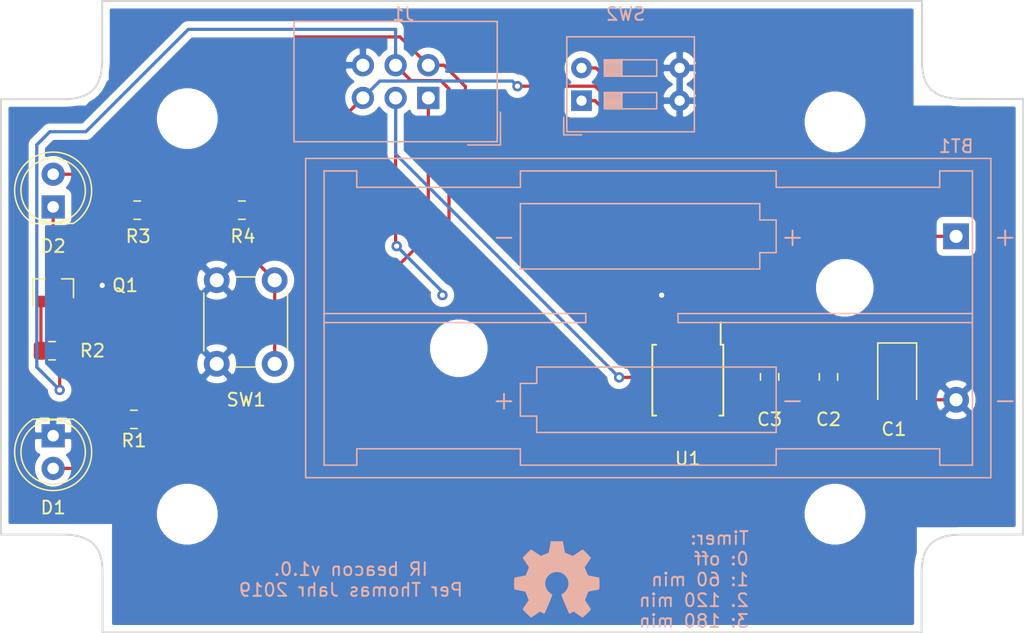
<source format=kicad_pcb>
(kicad_pcb (version 20171130) (host pcbnew 5.1.5-1.fc30)

  (general
    (thickness 1.6)
    (drawings 22)
    (tracks 109)
    (zones 0)
    (modules 20)
    (nets 13)
  )

  (page A4)
  (layers
    (0 F.Cu signal)
    (31 B.Cu signal)
    (32 B.Adhes user)
    (33 F.Adhes user)
    (34 B.Paste user)
    (35 F.Paste user)
    (36 B.SilkS user)
    (37 F.SilkS user)
    (38 B.Mask user)
    (39 F.Mask user)
    (40 Dwgs.User user)
    (41 Cmts.User user)
    (42 Eco1.User user)
    (43 Eco2.User user)
    (44 Edge.Cuts user)
    (45 Margin user)
    (46 B.CrtYd user)
    (47 F.CrtYd user)
    (48 B.Fab user)
    (49 F.Fab user)
  )

  (setup
    (last_trace_width 0.25)
    (trace_clearance 0.2)
    (zone_clearance 0.508)
    (zone_45_only no)
    (trace_min 0.2)
    (via_size 0.8)
    (via_drill 0.4)
    (via_min_size 0.4)
    (via_min_drill 0.3)
    (uvia_size 0.3)
    (uvia_drill 0.1)
    (uvias_allowed no)
    (uvia_min_size 0.2)
    (uvia_min_drill 0.1)
    (edge_width 0.15)
    (segment_width 0.2)
    (pcb_text_width 0.3)
    (pcb_text_size 1.5 1.5)
    (mod_edge_width 0.15)
    (mod_text_size 1 1)
    (mod_text_width 0.15)
    (pad_size 1.524 1.524)
    (pad_drill 0.762)
    (pad_to_mask_clearance 0.051)
    (solder_mask_min_width 0.25)
    (aux_axis_origin 0 0)
    (visible_elements FFFFFF7F)
    (pcbplotparams
      (layerselection 0x010fc_ffffffff)
      (usegerberextensions false)
      (usegerberattributes false)
      (usegerberadvancedattributes false)
      (creategerberjobfile false)
      (excludeedgelayer true)
      (linewidth 0.100000)
      (plotframeref false)
      (viasonmask false)
      (mode 1)
      (useauxorigin false)
      (hpglpennumber 1)
      (hpglpenspeed 20)
      (hpglpendiameter 15.000000)
      (psnegative false)
      (psa4output false)
      (plotreference true)
      (plotvalue true)
      (plotinvisibletext false)
      (padsonsilk false)
      (subtractmaskfromsilk false)
      (outputformat 1)
      (mirror false)
      (drillshape 1)
      (scaleselection 1)
      (outputdirectory ""))
  )

  (net 0 "")
  (net 1 "Net-(D1-Pad2)")
  (net 2 "Net-(D2-Pad2)")
  (net 3 "Net-(D2-Pad1)")
  (net 4 GND)
  (net 5 +3V3)
  (net 6 /RESET_PIN)
  (net 7 /IR_PIN)
  (net 8 /SCK_PIN)
  (net 9 /LED_PIN)
  (net 10 "Net-(SW2-Pad2)")
  (net 11 "Net-(SW2-Pad1)")
  (net 12 "Net-(Q1-Pad1)")

  (net_class Default "This is the default net class."
    (clearance 0.2)
    (trace_width 0.25)
    (via_dia 0.8)
    (via_drill 0.4)
    (uvia_dia 0.3)
    (uvia_drill 0.1)
    (add_net +3V3)
    (add_net /IR_PIN)
    (add_net /LED_PIN)
    (add_net /RESET_PIN)
    (add_net /SCK_PIN)
    (add_net GND)
    (add_net "Net-(D1-Pad2)")
    (add_net "Net-(D2-Pad1)")
    (add_net "Net-(D2-Pad2)")
    (add_net "Net-(Q1-Pad1)")
    (add_net "Net-(SW2-Pad1)")
    (add_net "Net-(SW2-Pad2)")
  )

  (module MountingHole:MountingHole_3.7mm (layer F.Cu) (tedit 56D1B4CB) (tstamp 5DD0DB43)
    (at 175.26 105.156)
    (descr "Mounting Hole 3.7mm, no annular")
    (tags "mounting hole 3.7mm no annular")
    (attr virtual)
    (fp_text reference REF** (at 0 -4.7) (layer F.SilkS) hide
      (effects (font (size 1 1) (thickness 0.15)))
    )
    (fp_text value MountingHole_3.7mm (at 0 4.7) (layer F.Fab) hide
      (effects (font (size 1 1) (thickness 0.15)))
    )
    (fp_text user %R (at 0.3 0) (layer F.Fab)
      (effects (font (size 1 1) (thickness 0.15)))
    )
    (fp_circle (center 0 0) (end 3.7 0) (layer Cmts.User) (width 0.15))
    (fp_circle (center 0 0) (end 3.95 0) (layer F.CrtYd) (width 0.05))
    (pad 1 np_thru_hole circle (at 0 0) (size 3.7 3.7) (drill 3.7) (layers *.Cu *.Mask))
  )

  (module Symbol:OSHW-Symbol_6.7x6mm_SilkScreen (layer B.Cu) (tedit 0) (tstamp 5DD79EB6)
    (at 153.67 110.236 180)
    (descr "Open Source Hardware Symbol")
    (tags "Logo Symbol OSHW")
    (attr virtual)
    (fp_text reference REF** (at 0 0) (layer B.SilkS) hide
      (effects (font (size 1 1) (thickness 0.15)) (justify mirror))
    )
    (fp_text value OSHW-Symbol_6.7x6mm_SilkScreen (at 0.75 0) (layer B.Fab) hide
      (effects (font (size 1 1) (thickness 0.15)) (justify mirror))
    )
    (fp_poly (pts (xy 0.555814 2.531069) (xy 0.639635 2.086445) (xy 0.94892 1.958947) (xy 1.258206 1.831449)
      (xy 1.629246 2.083754) (xy 1.733157 2.154004) (xy 1.827087 2.216728) (xy 1.906652 2.269062)
      (xy 1.96747 2.308143) (xy 2.005157 2.331107) (xy 2.015421 2.336058) (xy 2.03391 2.323324)
      (xy 2.07342 2.288118) (xy 2.129522 2.234938) (xy 2.197787 2.168282) (xy 2.273786 2.092646)
      (xy 2.353092 2.012528) (xy 2.431275 1.932426) (xy 2.503907 1.856836) (xy 2.566559 1.790255)
      (xy 2.614803 1.737182) (xy 2.64421 1.702113) (xy 2.651241 1.690377) (xy 2.641123 1.66874)
      (xy 2.612759 1.621338) (xy 2.569129 1.552807) (xy 2.513218 1.467785) (xy 2.448006 1.370907)
      (xy 2.410219 1.31565) (xy 2.341343 1.214752) (xy 2.28014 1.123701) (xy 2.229578 1.04703)
      (xy 2.192628 0.989272) (xy 2.172258 0.954957) (xy 2.169197 0.947746) (xy 2.176136 0.927252)
      (xy 2.195051 0.879487) (xy 2.223087 0.811168) (xy 2.257391 0.729011) (xy 2.295109 0.63973)
      (xy 2.333387 0.550042) (xy 2.36937 0.466662) (xy 2.400206 0.396306) (xy 2.423039 0.34569)
      (xy 2.435017 0.321529) (xy 2.435724 0.320578) (xy 2.454531 0.315964) (xy 2.504618 0.305672)
      (xy 2.580793 0.290713) (xy 2.677865 0.272099) (xy 2.790643 0.250841) (xy 2.856442 0.238582)
      (xy 2.97695 0.215638) (xy 3.085797 0.193805) (xy 3.177476 0.174278) (xy 3.246481 0.158252)
      (xy 3.287304 0.146921) (xy 3.295511 0.143326) (xy 3.303548 0.118994) (xy 3.310033 0.064041)
      (xy 3.31497 -0.015108) (xy 3.318364 -0.112026) (xy 3.320218 -0.220287) (xy 3.320538 -0.333465)
      (xy 3.319327 -0.445135) (xy 3.31659 -0.548868) (xy 3.312331 -0.638241) (xy 3.306555 -0.706826)
      (xy 3.299267 -0.748197) (xy 3.294895 -0.75681) (xy 3.268764 -0.767133) (xy 3.213393 -0.781892)
      (xy 3.136107 -0.799352) (xy 3.04423 -0.81778) (xy 3.012158 -0.823741) (xy 2.857524 -0.852066)
      (xy 2.735375 -0.874876) (xy 2.641673 -0.89308) (xy 2.572384 -0.907583) (xy 2.523471 -0.919292)
      (xy 2.490897 -0.929115) (xy 2.470628 -0.937956) (xy 2.458626 -0.946724) (xy 2.456947 -0.948457)
      (xy 2.440184 -0.976371) (xy 2.414614 -1.030695) (xy 2.382788 -1.104777) (xy 2.34726 -1.191965)
      (xy 2.310583 -1.285608) (xy 2.275311 -1.379052) (xy 2.243996 -1.465647) (xy 2.219193 -1.53874)
      (xy 2.203454 -1.591678) (xy 2.199332 -1.617811) (xy 2.199676 -1.618726) (xy 2.213641 -1.640086)
      (xy 2.245322 -1.687084) (xy 2.291391 -1.754827) (xy 2.348518 -1.838423) (xy 2.413373 -1.932982)
      (xy 2.431843 -1.959854) (xy 2.497699 -2.057275) (xy 2.55565 -2.146163) (xy 2.602538 -2.221412)
      (xy 2.635207 -2.27792) (xy 2.6505 -2.310581) (xy 2.651241 -2.314593) (xy 2.638392 -2.335684)
      (xy 2.602888 -2.377464) (xy 2.549293 -2.435445) (xy 2.482171 -2.505135) (xy 2.406087 -2.582045)
      (xy 2.325604 -2.661683) (xy 2.245287 -2.739561) (xy 2.169699 -2.811186) (xy 2.103405 -2.87207)
      (xy 2.050969 -2.917721) (xy 2.016955 -2.94365) (xy 2.007545 -2.947883) (xy 1.985643 -2.937912)
      (xy 1.9408 -2.91102) (xy 1.880321 -2.871736) (xy 1.833789 -2.840117) (xy 1.749475 -2.782098)
      (xy 1.649626 -2.713784) (xy 1.549473 -2.645579) (xy 1.495627 -2.609075) (xy 1.313371 -2.4858)
      (xy 1.160381 -2.56852) (xy 1.090682 -2.604759) (xy 1.031414 -2.632926) (xy 0.991311 -2.648991)
      (xy 0.981103 -2.651226) (xy 0.968829 -2.634722) (xy 0.944613 -2.588082) (xy 0.910263 -2.515609)
      (xy 0.867588 -2.421606) (xy 0.818394 -2.310374) (xy 0.76449 -2.186215) (xy 0.707684 -2.053432)
      (xy 0.649782 -1.916327) (xy 0.592593 -1.779202) (xy 0.537924 -1.646358) (xy 0.487584 -1.522098)
      (xy 0.44338 -1.410725) (xy 0.407119 -1.316539) (xy 0.380609 -1.243844) (xy 0.365658 -1.196941)
      (xy 0.363254 -1.180833) (xy 0.382311 -1.160286) (xy 0.424036 -1.126933) (xy 0.479706 -1.087702)
      (xy 0.484378 -1.084599) (xy 0.628264 -0.969423) (xy 0.744283 -0.835053) (xy 0.83143 -0.685784)
      (xy 0.888699 -0.525913) (xy 0.915086 -0.359737) (xy 0.909585 -0.191552) (xy 0.87119 -0.025655)
      (xy 0.798895 0.133658) (xy 0.777626 0.168513) (xy 0.666996 0.309263) (xy 0.536302 0.422286)
      (xy 0.390064 0.506997) (xy 0.232808 0.562806) (xy 0.069057 0.589126) (xy -0.096667 0.58537)
      (xy -0.259838 0.55095) (xy -0.415935 0.485277) (xy -0.560433 0.387765) (xy -0.605131 0.348187)
      (xy -0.718888 0.224297) (xy -0.801782 0.093876) (xy -0.858644 -0.052315) (xy -0.890313 -0.197088)
      (xy -0.898131 -0.35986) (xy -0.872062 -0.52344) (xy -0.814755 -0.682298) (xy -0.728856 -0.830906)
      (xy -0.617014 -0.963735) (xy -0.481877 -1.075256) (xy -0.464117 -1.087011) (xy -0.40785 -1.125508)
      (xy -0.365077 -1.158863) (xy -0.344628 -1.18016) (xy -0.344331 -1.180833) (xy -0.348721 -1.203871)
      (xy -0.366124 -1.256157) (xy -0.394732 -1.33339) (xy -0.432735 -1.431268) (xy -0.478326 -1.545491)
      (xy -0.529697 -1.671758) (xy -0.585038 -1.805767) (xy -0.642542 -1.943218) (xy -0.700399 -2.079808)
      (xy -0.756802 -2.211237) (xy -0.809942 -2.333205) (xy -0.85801 -2.441409) (xy -0.899199 -2.531549)
      (xy -0.931699 -2.599323) (xy -0.953703 -2.64043) (xy -0.962564 -2.651226) (xy -0.98964 -2.642819)
      (xy -1.040303 -2.620272) (xy -1.105817 -2.587613) (xy -1.141841 -2.56852) (xy -1.294832 -2.4858)
      (xy -1.477088 -2.609075) (xy -1.570125 -2.672228) (xy -1.671985 -2.741727) (xy -1.767438 -2.807165)
      (xy -1.81525 -2.840117) (xy -1.882495 -2.885273) (xy -1.939436 -2.921057) (xy -1.978646 -2.942938)
      (xy -1.991381 -2.947563) (xy -2.009917 -2.935085) (xy -2.050941 -2.900252) (xy -2.110475 -2.846678)
      (xy -2.184542 -2.777983) (xy -2.269165 -2.697781) (xy -2.322685 -2.646286) (xy -2.416319 -2.554286)
      (xy -2.497241 -2.471999) (xy -2.562177 -2.402945) (xy -2.607858 -2.350644) (xy -2.631011 -2.318616)
      (xy -2.633232 -2.312116) (xy -2.622924 -2.287394) (xy -2.594439 -2.237405) (xy -2.550937 -2.167212)
      (xy -2.495577 -2.081875) (xy -2.43152 -1.986456) (xy -2.413303 -1.959854) (xy -2.346927 -1.863167)
      (xy -2.287378 -1.776117) (xy -2.237984 -1.703595) (xy -2.202075 -1.650493) (xy -2.182981 -1.621703)
      (xy -2.181136 -1.618726) (xy -2.183895 -1.595782) (xy -2.198538 -1.545336) (xy -2.222513 -1.474041)
      (xy -2.253266 -1.388547) (xy -2.288244 -1.295507) (xy -2.324893 -1.201574) (xy -2.360661 -1.113399)
      (xy -2.392994 -1.037634) (xy -2.419338 -0.980931) (xy -2.437142 -0.949943) (xy -2.438407 -0.948457)
      (xy -2.449294 -0.939601) (xy -2.467682 -0.930843) (xy -2.497606 -0.921277) (xy -2.543103 -0.909996)
      (xy -2.608209 -0.896093) (xy -2.696961 -0.878663) (xy -2.813393 -0.856798) (xy -2.961542 -0.829591)
      (xy -2.993618 -0.823741) (xy -3.088686 -0.805374) (xy -3.171565 -0.787405) (xy -3.23493 -0.771569)
      (xy -3.271458 -0.7596) (xy -3.276356 -0.75681) (xy -3.284427 -0.732072) (xy -3.290987 -0.67679)
      (xy -3.296033 -0.597389) (xy -3.299559 -0.500296) (xy -3.301561 -0.391938) (xy -3.302036 -0.27874)
      (xy -3.300977 -0.167128) (xy -3.298382 -0.063529) (xy -3.294246 0.025632) (xy -3.288563 0.093928)
      (xy -3.281331 0.134934) (xy -3.276971 0.143326) (xy -3.252698 0.151792) (xy -3.197426 0.165565)
      (xy -3.116662 0.18345) (xy -3.015912 0.204252) (xy -2.900683 0.226777) (xy -2.837902 0.238582)
      (xy -2.718787 0.260849) (xy -2.612565 0.281021) (xy -2.524427 0.298085) (xy -2.459566 0.311031)
      (xy -2.423174 0.318845) (xy -2.417184 0.320578) (xy -2.407061 0.34011) (xy -2.385662 0.387157)
      (xy -2.355839 0.454997) (xy -2.320445 0.536909) (xy -2.282332 0.626172) (xy -2.244353 0.716065)
      (xy -2.20936 0.799865) (xy -2.180206 0.870853) (xy -2.159743 0.922306) (xy -2.150823 0.947503)
      (xy -2.150657 0.948604) (xy -2.160769 0.968481) (xy -2.189117 1.014223) (xy -2.232723 1.081283)
      (xy -2.288606 1.165116) (xy -2.353787 1.261174) (xy -2.391679 1.31635) (xy -2.460725 1.417519)
      (xy -2.52205 1.50937) (xy -2.572663 1.587256) (xy -2.609571 1.646531) (xy -2.629782 1.682549)
      (xy -2.632701 1.690623) (xy -2.620153 1.709416) (xy -2.585463 1.749543) (xy -2.533063 1.806507)
      (xy -2.467384 1.875815) (xy -2.392856 1.952969) (xy -2.313913 2.033475) (xy -2.234983 2.112837)
      (xy -2.1605 2.18656) (xy -2.094894 2.250148) (xy -2.042596 2.299106) (xy -2.008039 2.328939)
      (xy -1.996478 2.336058) (xy -1.977654 2.326047) (xy -1.932631 2.297922) (xy -1.865787 2.254546)
      (xy -1.781499 2.198782) (xy -1.684144 2.133494) (xy -1.610707 2.083754) (xy -1.239667 1.831449)
      (xy -0.621095 2.086445) (xy -0.537275 2.531069) (xy -0.453454 2.975693) (xy 0.471994 2.975693)
      (xy 0.555814 2.531069)) (layer B.SilkS) (width 0.01))
  )

  (module Button_Switch_THT:SW_PUSH_6mm (layer F.Cu) (tedit 5A02FE31) (tstamp 5DD0D0C1)
    (at 127.254 93.472 90)
    (descr https://www.omron.com/ecb/products/pdf/en-b3f.pdf)
    (tags "tact sw push 6mm")
    (path /5DC9F195)
    (fp_text reference SW1 (at -2.794 2.286 180) (layer F.SilkS)
      (effects (font (size 1 1) (thickness 0.15)))
    )
    (fp_text value On/off (at 3.75 6.7 90) (layer F.Fab)
      (effects (font (size 1 1) (thickness 0.15)))
    )
    (fp_circle (center 3.25 2.25) (end 1.25 2.5) (layer F.Fab) (width 0.1))
    (fp_line (start 6.75 3) (end 6.75 1.5) (layer F.SilkS) (width 0.12))
    (fp_line (start 5.5 -1) (end 1 -1) (layer F.SilkS) (width 0.12))
    (fp_line (start -0.25 1.5) (end -0.25 3) (layer F.SilkS) (width 0.12))
    (fp_line (start 1 5.5) (end 5.5 5.5) (layer F.SilkS) (width 0.12))
    (fp_line (start 8 -1.25) (end 8 5.75) (layer F.CrtYd) (width 0.05))
    (fp_line (start 7.75 6) (end -1.25 6) (layer F.CrtYd) (width 0.05))
    (fp_line (start -1.5 5.75) (end -1.5 -1.25) (layer F.CrtYd) (width 0.05))
    (fp_line (start -1.25 -1.5) (end 7.75 -1.5) (layer F.CrtYd) (width 0.05))
    (fp_line (start -1.5 6) (end -1.25 6) (layer F.CrtYd) (width 0.05))
    (fp_line (start -1.5 5.75) (end -1.5 6) (layer F.CrtYd) (width 0.05))
    (fp_line (start -1.5 -1.5) (end -1.25 -1.5) (layer F.CrtYd) (width 0.05))
    (fp_line (start -1.5 -1.25) (end -1.5 -1.5) (layer F.CrtYd) (width 0.05))
    (fp_line (start 8 -1.5) (end 8 -1.25) (layer F.CrtYd) (width 0.05))
    (fp_line (start 7.75 -1.5) (end 8 -1.5) (layer F.CrtYd) (width 0.05))
    (fp_line (start 8 6) (end 8 5.75) (layer F.CrtYd) (width 0.05))
    (fp_line (start 7.75 6) (end 8 6) (layer F.CrtYd) (width 0.05))
    (fp_line (start 0.25 -0.75) (end 3.25 -0.75) (layer F.Fab) (width 0.1))
    (fp_line (start 0.25 5.25) (end 0.25 -0.75) (layer F.Fab) (width 0.1))
    (fp_line (start 6.25 5.25) (end 0.25 5.25) (layer F.Fab) (width 0.1))
    (fp_line (start 6.25 -0.75) (end 6.25 5.25) (layer F.Fab) (width 0.1))
    (fp_line (start 3.25 -0.75) (end 6.25 -0.75) (layer F.Fab) (width 0.1))
    (fp_text user %R (at 3.25 2.25 90) (layer F.Fab)
      (effects (font (size 1 1) (thickness 0.15)))
    )
    (pad 1 thru_hole circle (at 6.5 0 180) (size 2 2) (drill 1.1) (layers *.Cu *.Mask)
      (net 4 GND))
    (pad 2 thru_hole circle (at 6.5 4.5 180) (size 2 2) (drill 1.1) (layers *.Cu *.Mask)
      (net 6 /RESET_PIN))
    (pad 1 thru_hole circle (at 0 0 180) (size 2 2) (drill 1.1) (layers *.Cu *.Mask)
      (net 4 GND))
    (pad 2 thru_hole circle (at 0 4.5 180) (size 2 2) (drill 1.1) (layers *.Cu *.Mask)
      (net 6 /RESET_PIN))
    (model ${KISYS3DMOD}/Button_Switch_THT.3dshapes/SW_PUSH_6mm.wrl
      (at (xyz 0 0 0))
      (scale (xyz 1 1 1))
      (rotate (xyz 0 0 0))
    )
  )

  (module Battery:BatteryHolder_Keystone_2468_2xAAA (layer B.Cu) (tedit 5C9A5FE6) (tstamp 5DDA97E1)
    (at 184.658 83.566 180)
    (descr "2xAAA cell battery holder, Keystone P/N 2468, http://www.keyelco.com/product-pdf.cfm?p=1033")
    (tags "AAA battery cell holder")
    (path /5DC9DCA4)
    (fp_text reference BT1 (at 0 7) (layer B.SilkS)
      (effects (font (size 1 1) (thickness 0.15)) (justify mirror))
    )
    (fp_text value Battery (at 23.9 -7.35) (layer B.Fab)
      (effects (font (size 1 1) (thickness 0.15)) (justify mirror))
    )
    (fp_text user + (at 35.1 -12.7) (layer B.SilkS)
      (effects (font (size 1.5 1.5) (thickness 0.15)) (justify mirror))
    )
    (fp_text user - (at 12.7 -12.7) (layer B.SilkS)
      (effects (font (size 1.5 1.5) (thickness 0.15)) (justify mirror))
    )
    (fp_text user - (at 35.1 0) (layer B.SilkS)
      (effects (font (size 1.5 1.5) (thickness 0.15)) (justify mirror))
    )
    (fp_text user + (at 12.7 0) (layer B.SilkS)
      (effects (font (size 1.5 1.5) (thickness 0.15)) (justify mirror))
    )
    (fp_text user - (at -3.81 -12.7) (layer B.SilkS)
      (effects (font (size 1.5 1.5) (thickness 0.15)) (justify mirror))
    )
    (fp_text user + (at -3.81 0) (layer B.SilkS)
      (effects (font (size 1.5 1.5) (thickness 0.15)) (justify mirror))
    )
    (fp_line (start -2.59 5.945) (end 50.39 5.945) (layer B.Fab) (width 0.1))
    (fp_line (start -2.59 -18.645) (end 50.39 -18.645) (layer B.Fab) (width 0.1))
    (fp_line (start 50.39 -18.645) (end 50.39 5.945) (layer B.Fab) (width 0.1))
    (fp_line (start -2.59 -18.645) (end -2.59 5.945) (layer B.Fab) (width 0.1))
    (fp_line (start 46.53 -17.78) (end 46.53 -16.51) (layer B.SilkS) (width 0.12))
    (fp_line (start 49.07 -17.78) (end 46.53 -17.78) (layer B.SilkS) (width 0.12))
    (fp_line (start 49.07 5.08) (end 49.07 -17.78) (layer B.SilkS) (width 0.12))
    (fp_line (start 46.53 5.08) (end 46.53 3.81) (layer B.SilkS) (width 0.12))
    (fp_line (start 49.07 5.08) (end 46.53 5.08) (layer B.SilkS) (width 0.12))
    (fp_line (start 1.27 -16.51) (end 13.97 -16.51) (layer B.SilkS) (width 0.12))
    (fp_line (start 1.27 -17.78) (end 1.27 -16.51) (layer B.SilkS) (width 0.12))
    (fp_line (start -1.27 -17.78) (end 1.27 -17.78) (layer B.SilkS) (width 0.12))
    (fp_line (start -1.27 5.08) (end -1.27 -17.78) (layer B.SilkS) (width 0.12))
    (fp_line (start 1.27 5.08) (end -1.27 5.08) (layer B.SilkS) (width 0.12))
    (fp_line (start 1.27 3.81) (end 1.27 5.08) (layer B.SilkS) (width 0.12))
    (fp_line (start 1.27 3.81) (end 13.97 3.81) (layer B.SilkS) (width 0.12))
    (fp_line (start 46.53 -16.51) (end 33.83 -16.51) (layer B.SilkS) (width 0.12))
    (fp_line (start 13.97 5.08) (end 13.97 3.81) (layer B.SilkS) (width 0.12))
    (fp_line (start 33.83 5.08) (end 13.97 5.08) (layer B.SilkS) (width 0.12))
    (fp_line (start 33.83 3.81) (end 33.83 5.08) (layer B.SilkS) (width 0.12))
    (fp_line (start 46.53 3.81) (end 33.83 3.81) (layer B.SilkS) (width 0.12))
    (fp_line (start 33.83 -17.78) (end 33.83 -16.51) (layer B.SilkS) (width 0.12))
    (fp_line (start 13.97 -17.78) (end 33.83 -17.78) (layer B.SilkS) (width 0.12))
    (fp_line (start 13.97 -16.51) (end 13.97 -17.78) (layer B.SilkS) (width 0.12))
    (fp_line (start 28.75 -6.7) (end 49.07 -6.7) (layer B.SilkS) (width 0.12))
    (fp_line (start 28.75 -6) (end 28.75 -6.7) (layer B.SilkS) (width 0.12))
    (fp_line (start 49.07 -6) (end 28.75 -6) (layer B.SilkS) (width 0.12))
    (fp_line (start 21.59 -6.7) (end -1.27 -6.7) (layer B.SilkS) (width 0.12))
    (fp_line (start 21.59 -6) (end 21.59 -6.7) (layer B.SilkS) (width 0.12))
    (fp_line (start -1.27 -6) (end 21.59 -6) (layer B.SilkS) (width 0.12))
    (fp_line (start 33.83 2.54) (end 33.83 -2.54) (layer B.SilkS) (width 0.12))
    (fp_line (start 15.24 2.54) (end 33.83 2.54) (layer B.SilkS) (width 0.12))
    (fp_line (start 15.24 1.27) (end 15.24 2.54) (layer B.SilkS) (width 0.12))
    (fp_line (start 13.97 1.27) (end 15.24 1.27) (layer B.SilkS) (width 0.12))
    (fp_line (start 13.97 -1.27) (end 13.97 1.27) (layer B.SilkS) (width 0.12))
    (fp_line (start 15.24 -1.27) (end 13.97 -1.27) (layer B.SilkS) (width 0.12))
    (fp_line (start 15.24 -2.54) (end 15.24 -1.27) (layer B.SilkS) (width 0.12))
    (fp_line (start 33.83 -2.54) (end 15.24 -2.54) (layer B.SilkS) (width 0.12))
    (fp_line (start 32.56 -15.24) (end 13.97 -15.24) (layer B.SilkS) (width 0.12))
    (fp_line (start 32.56 -13.97) (end 32.56 -15.24) (layer B.SilkS) (width 0.12))
    (fp_line (start 33.83 -13.97) (end 32.56 -13.97) (layer B.SilkS) (width 0.12))
    (fp_line (start 33.83 -11.43) (end 33.83 -13.97) (layer B.SilkS) (width 0.12))
    (fp_line (start 32.56 -11.43) (end 33.83 -11.43) (layer B.SilkS) (width 0.12))
    (fp_line (start 32.56 -10.16) (end 32.56 -11.43) (layer B.SilkS) (width 0.12))
    (fp_line (start 13.97 -10.16) (end 32.56 -10.16) (layer B.SilkS) (width 0.12))
    (fp_line (start 13.97 -15.24) (end 13.97 -10.16) (layer B.SilkS) (width 0.12))
    (fp_line (start 50.5 6.055) (end -2.7 6.055) (layer B.SilkS) (width 0.12))
    (fp_line (start -2.7 6.05) (end -2.7 -18.75) (layer B.SilkS) (width 0.12))
    (fp_line (start -2.7 -18.755) (end 50.5 -18.755) (layer B.SilkS) (width 0.12))
    (fp_line (start 50.5 -18.75) (end 50.5 6.05) (layer B.SilkS) (width 0.12))
    (fp_line (start 50.89 6.45) (end -3.09 6.45) (layer B.CrtYd) (width 0.05))
    (fp_line (start -3.09 6.45) (end -3.09 -19.15) (layer B.CrtYd) (width 0.05))
    (fp_line (start -3.09 -19.15) (end 50.89 -19.15) (layer B.CrtYd) (width 0.05))
    (fp_line (start 50.89 -19.15) (end 50.89 6.45) (layer B.CrtYd) (width 0.05))
    (fp_text user %R (at 23.9 -5.35) (layer B.Fab)
      (effects (font (size 1 1) (thickness 0.15)) (justify mirror))
    )
    (pad "" np_thru_hole circle (at 38.61 -8.7 180) (size 3.45 3.45) (drill 3.45) (layers *.Cu *.Mask))
    (pad "" np_thru_hole circle (at 8.64 -4 180) (size 3.45 3.45) (drill 3.45) (layers *.Cu))
    (pad 2 thru_hole circle (at 0 -12.7 180) (size 2 2) (drill 1.02) (layers *.Cu *.Mask)
      (net 4 GND))
    (pad 1 thru_hole rect (at 0 0 180) (size 2 2) (drill 1.02) (layers *.Cu *.Mask)
      (net 5 +3V3))
    (model ${KISYS3DMOD}/Battery.3dshapes/BatteryHolder_Keystone_2468_2xAAA.wrl
      (at (xyz 0 0 0))
      (scale (xyz 1 1 1))
      (rotate (xyz 0 0 0))
    )
  )

  (module Button_Switch_THT:SW_DIP_SPSTx02_Slide_9.78x7.26mm_W7.62mm_P2.54mm (layer B.Cu) (tedit 5A4E1404) (tstamp 5DD0DFBD)
    (at 155.575 73.025)
    (descr "2x-dip-switch SPST , Slide, row spacing 7.62 mm (300 mils), body size 9.78x7.26mm (see e.g. https://www.ctscorp.com/wp-content/uploads/206-208.pdf)")
    (tags "DIP Switch SPST Slide 7.62mm 300mil")
    (path /5DCA770A)
    (fp_text reference SW2 (at 3.429 -6.731) (layer B.SilkS)
      (effects (font (size 1 1) (thickness 0.15)) (justify mirror))
    )
    (fp_text value "Timer config" (at 3.81 -5.96) (layer B.Fab)
      (effects (font (size 1 1) (thickness 0.15)) (justify mirror))
    )
    (fp_text user on (at 5.365 1.4975) (layer B.Fab)
      (effects (font (size 0.8 0.8) (thickness 0.12)) (justify mirror))
    )
    (fp_text user %R (at 7.27 -1.27 -90) (layer B.Fab)
      (effects (font (size 0.8 0.8) (thickness 0.12)) (justify mirror))
    )
    (fp_line (start 8.95 2.7) (end -1.35 2.7) (layer B.CrtYd) (width 0.05))
    (fp_line (start 8.95 -5.25) (end 8.95 2.7) (layer B.CrtYd) (width 0.05))
    (fp_line (start -1.35 -5.25) (end 8.95 -5.25) (layer B.CrtYd) (width 0.05))
    (fp_line (start -1.35 2.7) (end -1.35 -5.25) (layer B.CrtYd) (width 0.05))
    (fp_line (start 3.133333 -1.905) (end 3.133333 -3.175) (layer B.SilkS) (width 0.12))
    (fp_line (start 1.78 -3.105) (end 3.133333 -3.105) (layer B.SilkS) (width 0.12))
    (fp_line (start 1.78 -2.985) (end 3.133333 -2.985) (layer B.SilkS) (width 0.12))
    (fp_line (start 1.78 -2.865) (end 3.133333 -2.865) (layer B.SilkS) (width 0.12))
    (fp_line (start 1.78 -2.745) (end 3.133333 -2.745) (layer B.SilkS) (width 0.12))
    (fp_line (start 1.78 -2.625) (end 3.133333 -2.625) (layer B.SilkS) (width 0.12))
    (fp_line (start 1.78 -2.505) (end 3.133333 -2.505) (layer B.SilkS) (width 0.12))
    (fp_line (start 1.78 -2.385) (end 3.133333 -2.385) (layer B.SilkS) (width 0.12))
    (fp_line (start 1.78 -2.265) (end 3.133333 -2.265) (layer B.SilkS) (width 0.12))
    (fp_line (start 1.78 -2.145) (end 3.133333 -2.145) (layer B.SilkS) (width 0.12))
    (fp_line (start 1.78 -2.025) (end 3.133333 -2.025) (layer B.SilkS) (width 0.12))
    (fp_line (start 5.84 -1.905) (end 1.78 -1.905) (layer B.SilkS) (width 0.12))
    (fp_line (start 5.84 -3.175) (end 5.84 -1.905) (layer B.SilkS) (width 0.12))
    (fp_line (start 1.78 -3.175) (end 5.84 -3.175) (layer B.SilkS) (width 0.12))
    (fp_line (start 1.78 -1.905) (end 1.78 -3.175) (layer B.SilkS) (width 0.12))
    (fp_line (start 3.133333 0.635) (end 3.133333 -0.635) (layer B.SilkS) (width 0.12))
    (fp_line (start 1.78 -0.565) (end 3.133333 -0.565) (layer B.SilkS) (width 0.12))
    (fp_line (start 1.78 -0.445) (end 3.133333 -0.445) (layer B.SilkS) (width 0.12))
    (fp_line (start 1.78 -0.325) (end 3.133333 -0.325) (layer B.SilkS) (width 0.12))
    (fp_line (start 1.78 -0.205) (end 3.133333 -0.205) (layer B.SilkS) (width 0.12))
    (fp_line (start 1.78 -0.085) (end 3.133333 -0.085) (layer B.SilkS) (width 0.12))
    (fp_line (start 1.78 0.035) (end 3.133333 0.035) (layer B.SilkS) (width 0.12))
    (fp_line (start 1.78 0.155) (end 3.133333 0.155) (layer B.SilkS) (width 0.12))
    (fp_line (start 1.78 0.275) (end 3.133333 0.275) (layer B.SilkS) (width 0.12))
    (fp_line (start 1.78 0.395) (end 3.133333 0.395) (layer B.SilkS) (width 0.12))
    (fp_line (start 1.78 0.515) (end 3.133333 0.515) (layer B.SilkS) (width 0.12))
    (fp_line (start 5.84 0.635) (end 1.78 0.635) (layer B.SilkS) (width 0.12))
    (fp_line (start 5.84 -0.635) (end 5.84 0.635) (layer B.SilkS) (width 0.12))
    (fp_line (start 1.78 -0.635) (end 5.84 -0.635) (layer B.SilkS) (width 0.12))
    (fp_line (start 1.78 0.635) (end 1.78 -0.635) (layer B.SilkS) (width 0.12))
    (fp_line (start -1.38 2.66) (end -1.38 1.277) (layer B.SilkS) (width 0.12))
    (fp_line (start -1.38 2.66) (end 0.004 2.66) (layer B.SilkS) (width 0.12))
    (fp_line (start 8.76 2.42) (end 8.76 -4.96) (layer B.SilkS) (width 0.12))
    (fp_line (start -1.14 2.42) (end -1.14 -4.96) (layer B.SilkS) (width 0.12))
    (fp_line (start -1.14 -4.96) (end 8.76 -4.96) (layer B.SilkS) (width 0.12))
    (fp_line (start -1.14 2.42) (end 8.76 2.42) (layer B.SilkS) (width 0.12))
    (fp_line (start 3.133333 -1.905) (end 3.133333 -3.175) (layer B.Fab) (width 0.1))
    (fp_line (start 1.78 -3.105) (end 3.133333 -3.105) (layer B.Fab) (width 0.1))
    (fp_line (start 1.78 -3.005) (end 3.133333 -3.005) (layer B.Fab) (width 0.1))
    (fp_line (start 1.78 -2.905) (end 3.133333 -2.905) (layer B.Fab) (width 0.1))
    (fp_line (start 1.78 -2.805) (end 3.133333 -2.805) (layer B.Fab) (width 0.1))
    (fp_line (start 1.78 -2.705) (end 3.133333 -2.705) (layer B.Fab) (width 0.1))
    (fp_line (start 1.78 -2.605) (end 3.133333 -2.605) (layer B.Fab) (width 0.1))
    (fp_line (start 1.78 -2.505) (end 3.133333 -2.505) (layer B.Fab) (width 0.1))
    (fp_line (start 1.78 -2.405) (end 3.133333 -2.405) (layer B.Fab) (width 0.1))
    (fp_line (start 1.78 -2.305) (end 3.133333 -2.305) (layer B.Fab) (width 0.1))
    (fp_line (start 1.78 -2.205) (end 3.133333 -2.205) (layer B.Fab) (width 0.1))
    (fp_line (start 1.78 -2.105) (end 3.133333 -2.105) (layer B.Fab) (width 0.1))
    (fp_line (start 1.78 -2.005) (end 3.133333 -2.005) (layer B.Fab) (width 0.1))
    (fp_line (start 5.84 -1.905) (end 1.78 -1.905) (layer B.Fab) (width 0.1))
    (fp_line (start 5.84 -3.175) (end 5.84 -1.905) (layer B.Fab) (width 0.1))
    (fp_line (start 1.78 -3.175) (end 5.84 -3.175) (layer B.Fab) (width 0.1))
    (fp_line (start 1.78 -1.905) (end 1.78 -3.175) (layer B.Fab) (width 0.1))
    (fp_line (start 3.133333 0.635) (end 3.133333 -0.635) (layer B.Fab) (width 0.1))
    (fp_line (start 1.78 -0.565) (end 3.133333 -0.565) (layer B.Fab) (width 0.1))
    (fp_line (start 1.78 -0.465) (end 3.133333 -0.465) (layer B.Fab) (width 0.1))
    (fp_line (start 1.78 -0.365) (end 3.133333 -0.365) (layer B.Fab) (width 0.1))
    (fp_line (start 1.78 -0.265) (end 3.133333 -0.265) (layer B.Fab) (width 0.1))
    (fp_line (start 1.78 -0.165) (end 3.133333 -0.165) (layer B.Fab) (width 0.1))
    (fp_line (start 1.78 -0.065) (end 3.133333 -0.065) (layer B.Fab) (width 0.1))
    (fp_line (start 1.78 0.035) (end 3.133333 0.035) (layer B.Fab) (width 0.1))
    (fp_line (start 1.78 0.135) (end 3.133333 0.135) (layer B.Fab) (width 0.1))
    (fp_line (start 1.78 0.235) (end 3.133333 0.235) (layer B.Fab) (width 0.1))
    (fp_line (start 1.78 0.335) (end 3.133333 0.335) (layer B.Fab) (width 0.1))
    (fp_line (start 1.78 0.435) (end 3.133333 0.435) (layer B.Fab) (width 0.1))
    (fp_line (start 1.78 0.535) (end 3.133333 0.535) (layer B.Fab) (width 0.1))
    (fp_line (start 5.84 0.635) (end 1.78 0.635) (layer B.Fab) (width 0.1))
    (fp_line (start 5.84 -0.635) (end 5.84 0.635) (layer B.Fab) (width 0.1))
    (fp_line (start 1.78 -0.635) (end 5.84 -0.635) (layer B.Fab) (width 0.1))
    (fp_line (start 1.78 0.635) (end 1.78 -0.635) (layer B.Fab) (width 0.1))
    (fp_line (start -1.08 1.36) (end -0.08 2.36) (layer B.Fab) (width 0.1))
    (fp_line (start -1.08 -4.9) (end -1.08 1.36) (layer B.Fab) (width 0.1))
    (fp_line (start 8.7 -4.9) (end -1.08 -4.9) (layer B.Fab) (width 0.1))
    (fp_line (start 8.7 2.36) (end 8.7 -4.9) (layer B.Fab) (width 0.1))
    (fp_line (start -0.08 2.36) (end 8.7 2.36) (layer B.Fab) (width 0.1))
    (pad 4 thru_hole oval (at 7.62 0) (size 1.6 1.6) (drill 0.8) (layers *.Cu *.Mask)
      (net 4 GND))
    (pad 2 thru_hole oval (at 0 -2.54) (size 1.6 1.6) (drill 0.8) (layers *.Cu *.Mask)
      (net 10 "Net-(SW2-Pad2)"))
    (pad 3 thru_hole oval (at 7.62 -2.54) (size 1.6 1.6) (drill 0.8) (layers *.Cu *.Mask)
      (net 4 GND))
    (pad 1 thru_hole rect (at 0 0) (size 1.6 1.6) (drill 0.8) (layers *.Cu *.Mask)
      (net 11 "Net-(SW2-Pad1)"))
    (model ${KISYS3DMOD}/Button_Switch_THT.3dshapes/SW_DIP_SPSTx02_Slide_9.78x7.26mm_W7.62mm_P2.54mm.wrl
      (at (xyz 0 0 0))
      (scale (xyz 1 1 1))
      (rotate (xyz 0 0 90))
    )
  )

  (module Resistor_SMD:R_0805_2012Metric (layer F.Cu) (tedit 5B36C52B) (tstamp 5DD5BD5E)
    (at 129.2075 81.534)
    (descr "Resistor SMD 0805 (2012 Metric), square (rectangular) end terminal, IPC_7351 nominal, (Body size source: https://docs.google.com/spreadsheets/d/1BsfQQcO9C6DZCsRaXUlFlo91Tg2WpOkGARC1WS5S8t0/edit?usp=sharing), generated with kicad-footprint-generator")
    (tags resistor)
    (path /5DEC2B89)
    (attr smd)
    (fp_text reference R4 (at 0.0785 2.032) (layer F.SilkS)
      (effects (font (size 1 1) (thickness 0.15)))
    )
    (fp_text value 10K (at 0.0785 -1.778) (layer F.Fab)
      (effects (font (size 1 1) (thickness 0.15)))
    )
    (fp_text user %R (at 0 0) (layer F.Fab)
      (effects (font (size 0.5 0.5) (thickness 0.08)))
    )
    (fp_line (start 1.68 0.95) (end -1.68 0.95) (layer F.CrtYd) (width 0.05))
    (fp_line (start 1.68 -0.95) (end 1.68 0.95) (layer F.CrtYd) (width 0.05))
    (fp_line (start -1.68 -0.95) (end 1.68 -0.95) (layer F.CrtYd) (width 0.05))
    (fp_line (start -1.68 0.95) (end -1.68 -0.95) (layer F.CrtYd) (width 0.05))
    (fp_line (start -0.258578 0.71) (end 0.258578 0.71) (layer F.SilkS) (width 0.12))
    (fp_line (start -0.258578 -0.71) (end 0.258578 -0.71) (layer F.SilkS) (width 0.12))
    (fp_line (start 1 0.6) (end -1 0.6) (layer F.Fab) (width 0.1))
    (fp_line (start 1 -0.6) (end 1 0.6) (layer F.Fab) (width 0.1))
    (fp_line (start -1 -0.6) (end 1 -0.6) (layer F.Fab) (width 0.1))
    (fp_line (start -1 0.6) (end -1 -0.6) (layer F.Fab) (width 0.1))
    (pad 2 smd roundrect (at 0.9375 0) (size 0.975 1.4) (layers F.Cu F.Paste F.Mask) (roundrect_rratio 0.25)
      (net 6 /RESET_PIN))
    (pad 1 smd roundrect (at -0.9375 0) (size 0.975 1.4) (layers F.Cu F.Paste F.Mask) (roundrect_rratio 0.25)
      (net 5 +3V3))
    (model ${KISYS3DMOD}/Resistor_SMD.3dshapes/R_0805_2012Metric.wrl
      (at (xyz 0 0 0))
      (scale (xyz 1 1 1))
      (rotate (xyz 0 0 0))
    )
  )

  (module MountingHole:MountingHole_3.7mm (layer F.Cu) (tedit 56D1B4CB) (tstamp 5DDA8FC3)
    (at 175.26 74.676)
    (descr "Mounting Hole 3.7mm, no annular")
    (tags "mounting hole 3.7mm no annular")
    (attr virtual)
    (fp_text reference REF** (at 0 -4.7) (layer F.SilkS) hide
      (effects (font (size 1 1) (thickness 0.15)))
    )
    (fp_text value MountingHole_3.7mm (at 0 4.7) (layer F.Fab) hide
      (effects (font (size 1 1) (thickness 0.15)))
    )
    (fp_text user %R (at 0.3 0) (layer F.Fab)
      (effects (font (size 1 1) (thickness 0.15)))
    )
    (fp_circle (center 0 0) (end 3.7 0) (layer Cmts.User) (width 0.15))
    (fp_circle (center 0 0) (end 3.95 0) (layer F.CrtYd) (width 0.05))
    (pad 1 np_thru_hole circle (at 0 0) (size 3.7 3.7) (drill 3.7) (layers *.Cu *.Mask))
  )

  (module MountingHole:MountingHole_3.7mm (layer F.Cu) (tedit 56D1B4CB) (tstamp 5DD10288)
    (at 124.968 105.156)
    (descr "Mounting Hole 3.7mm, no annular")
    (tags "mounting hole 3.7mm no annular")
    (attr virtual)
    (fp_text reference REF** (at 0 -4.7) (layer F.SilkS) hide
      (effects (font (size 1 1) (thickness 0.15)))
    )
    (fp_text value MountingHole_3.7mm (at 0 4.7) (layer F.Fab) hide
      (effects (font (size 1 1) (thickness 0.15)))
    )
    (fp_circle (center 0 0) (end 3.95 0) (layer F.CrtYd) (width 0.05))
    (fp_circle (center 0 0) (end 3.7 0) (layer Cmts.User) (width 0.15))
    (fp_text user %R (at 0.3 0) (layer F.Fab)
      (effects (font (size 1 1) (thickness 0.15)))
    )
    (pad 1 np_thru_hole circle (at 0 0) (size 3.7 3.7) (drill 3.7) (layers *.Cu *.Mask))
  )

  (module MountingHole:MountingHole_3.7mm (layer F.Cu) (tedit 56D1B4CB) (tstamp 5DD5A6EF)
    (at 124.968 74.422)
    (descr "Mounting Hole 3.7mm, no annular")
    (tags "mounting hole 3.7mm no annular")
    (attr virtual)
    (fp_text reference REF** (at 0 -4.7) (layer F.SilkS) hide
      (effects (font (size 1 1) (thickness 0.15)))
    )
    (fp_text value MountingHole_3.7mm (at 0 4.7) (layer F.Fab) hide
      (effects (font (size 1 1) (thickness 0.15)))
    )
    (fp_circle (center 0 0) (end 3.95 0) (layer F.CrtYd) (width 0.05))
    (fp_circle (center 0 0) (end 3.7 0) (layer Cmts.User) (width 0.15))
    (fp_text user %R (at 0.3 0) (layer F.Fab)
      (effects (font (size 1 1) (thickness 0.15)))
    )
    (pad 1 np_thru_hole circle (at 0 0) (size 3.7 3.7) (drill 3.7) (layers *.Cu *.Mask))
  )

  (module Package_SO:SOIJ-8_5.3x5.3mm_P1.27mm (layer F.Cu) (tedit 5A02F2D3) (tstamp 5DD0E1C5)
    (at 163.83 94.742 270)
    (descr "8-Lead Plastic Small Outline (SM) - Medium, 5.28 mm Body [SOIC] (see Microchip Packaging Specification 00000049BS.pdf)")
    (tags "SOIC 1.27")
    (path /5DCA85E8)
    (attr smd)
    (fp_text reference U1 (at 6.096 0 180) (layer F.SilkS)
      (effects (font (size 1 1) (thickness 0.15)))
    )
    (fp_text value ATtiny85V-10SU (at 0 3.68 90) (layer F.Fab)
      (effects (font (size 1 1) (thickness 0.15)))
    )
    (fp_line (start -2.75 -2.55) (end -4.5 -2.55) (layer F.SilkS) (width 0.15))
    (fp_line (start -2.75 2.755) (end 2.75 2.755) (layer F.SilkS) (width 0.15))
    (fp_line (start -2.75 -2.755) (end 2.75 -2.755) (layer F.SilkS) (width 0.15))
    (fp_line (start -2.75 2.755) (end -2.75 2.455) (layer F.SilkS) (width 0.15))
    (fp_line (start 2.75 2.755) (end 2.75 2.455) (layer F.SilkS) (width 0.15))
    (fp_line (start 2.75 -2.755) (end 2.75 -2.455) (layer F.SilkS) (width 0.15))
    (fp_line (start -2.75 -2.755) (end -2.75 -2.55) (layer F.SilkS) (width 0.15))
    (fp_line (start -4.75 2.95) (end 4.75 2.95) (layer F.CrtYd) (width 0.05))
    (fp_line (start -4.75 -2.95) (end 4.75 -2.95) (layer F.CrtYd) (width 0.05))
    (fp_line (start 4.75 -2.95) (end 4.75 2.95) (layer F.CrtYd) (width 0.05))
    (fp_line (start -4.75 -2.95) (end -4.75 2.95) (layer F.CrtYd) (width 0.05))
    (fp_line (start -2.65 -1.65) (end -1.65 -2.65) (layer F.Fab) (width 0.15))
    (fp_line (start -2.65 2.65) (end -2.65 -1.65) (layer F.Fab) (width 0.15))
    (fp_line (start 2.65 2.65) (end -2.65 2.65) (layer F.Fab) (width 0.15))
    (fp_line (start 2.65 -2.65) (end 2.65 2.65) (layer F.Fab) (width 0.15))
    (fp_line (start -1.65 -2.65) (end 2.65 -2.65) (layer F.Fab) (width 0.15))
    (fp_text user %R (at 0 -1.56 90) (layer F.Fab)
      (effects (font (size 1 1) (thickness 0.15)))
    )
    (pad 8 smd rect (at 3.65 -1.905 270) (size 1.7 0.65) (layers F.Cu F.Paste F.Mask)
      (net 5 +3V3))
    (pad 7 smd rect (at 3.65 -0.635 270) (size 1.7 0.65) (layers F.Cu F.Paste F.Mask)
      (net 8 /SCK_PIN))
    (pad 6 smd rect (at 3.65 0.635 270) (size 1.7 0.65) (layers F.Cu F.Paste F.Mask)
      (net 9 /LED_PIN))
    (pad 5 smd rect (at 3.65 1.905 270) (size 1.7 0.65) (layers F.Cu F.Paste F.Mask)
      (net 7 /IR_PIN))
    (pad 4 smd rect (at -3.65 1.905 270) (size 1.7 0.65) (layers F.Cu F.Paste F.Mask)
      (net 4 GND))
    (pad 3 smd rect (at -3.65 0.635 270) (size 1.7 0.65) (layers F.Cu F.Paste F.Mask)
      (net 10 "Net-(SW2-Pad2)"))
    (pad 2 smd rect (at -3.65 -0.635 270) (size 1.7 0.65) (layers F.Cu F.Paste F.Mask)
      (net 11 "Net-(SW2-Pad1)"))
    (pad 1 smd rect (at -3.65 -1.905 270) (size 1.7 0.65) (layers F.Cu F.Paste F.Mask)
      (net 6 /RESET_PIN))
    (model ${KISYS3DMOD}/Package_SO.3dshapes/SOIJ-8_5.3x5.3mm_P1.27mm.wrl
      (at (xyz 0 0 0))
      (scale (xyz 1 1 1))
      (rotate (xyz 0 0 0))
    )
  )

  (module Resistor_SMD:R_0805_2012Metric (layer F.Cu) (tedit 5B36C52B) (tstamp 5DD0D0A7)
    (at 121.0795 81.534 180)
    (descr "Resistor SMD 0805 (2012 Metric), square (rectangular) end terminal, IPC_7351 nominal, (Body size source: https://docs.google.com/spreadsheets/d/1BsfQQcO9C6DZCsRaXUlFlo91Tg2WpOkGARC1WS5S8t0/edit?usp=sharing), generated with kicad-footprint-generator")
    (tags resistor)
    (path /5DC9F86A)
    (attr smd)
    (fp_text reference R3 (at -0.0785 -2.032) (layer F.SilkS)
      (effects (font (size 1 1) (thickness 0.15)))
    )
    (fp_text value 15 (at 0 1.65) (layer F.Fab)
      (effects (font (size 1 1) (thickness 0.15)))
    )
    (fp_text user %R (at 0 0) (layer F.Fab)
      (effects (font (size 0.5 0.5) (thickness 0.08)))
    )
    (fp_line (start 1.68 0.95) (end -1.68 0.95) (layer F.CrtYd) (width 0.05))
    (fp_line (start 1.68 -0.95) (end 1.68 0.95) (layer F.CrtYd) (width 0.05))
    (fp_line (start -1.68 -0.95) (end 1.68 -0.95) (layer F.CrtYd) (width 0.05))
    (fp_line (start -1.68 0.95) (end -1.68 -0.95) (layer F.CrtYd) (width 0.05))
    (fp_line (start -0.258578 0.71) (end 0.258578 0.71) (layer F.SilkS) (width 0.12))
    (fp_line (start -0.258578 -0.71) (end 0.258578 -0.71) (layer F.SilkS) (width 0.12))
    (fp_line (start 1 0.6) (end -1 0.6) (layer F.Fab) (width 0.1))
    (fp_line (start 1 -0.6) (end 1 0.6) (layer F.Fab) (width 0.1))
    (fp_line (start -1 -0.6) (end 1 -0.6) (layer F.Fab) (width 0.1))
    (fp_line (start -1 0.6) (end -1 -0.6) (layer F.Fab) (width 0.1))
    (pad 2 smd roundrect (at 0.9375 0 180) (size 0.975 1.4) (layers F.Cu F.Paste F.Mask) (roundrect_rratio 0.25)
      (net 2 "Net-(D2-Pad2)"))
    (pad 1 smd roundrect (at -0.9375 0 180) (size 0.975 1.4) (layers F.Cu F.Paste F.Mask) (roundrect_rratio 0.25)
      (net 5 +3V3))
    (model ${KISYS3DMOD}/Resistor_SMD.3dshapes/R_0805_2012Metric.wrl
      (at (xyz 0 0 0))
      (scale (xyz 1 1 1))
      (rotate (xyz 0 0 0))
    )
  )

  (module Resistor_SMD:R_0805_2012Metric (layer F.Cu) (tedit 5B36C52B) (tstamp 5DD105B0)
    (at 114.4755 92.456 180)
    (descr "Resistor SMD 0805 (2012 Metric), square (rectangular) end terminal, IPC_7351 nominal, (Body size source: https://docs.google.com/spreadsheets/d/1BsfQQcO9C6DZCsRaXUlFlo91Tg2WpOkGARC1WS5S8t0/edit?usp=sharing), generated with kicad-footprint-generator")
    (tags resistor)
    (path /5DD1A493)
    (attr smd)
    (fp_text reference R2 (at -3.1265 0) (layer F.SilkS)
      (effects (font (size 1 1) (thickness 0.15)))
    )
    (fp_text value 10K (at -0.3325 1.778) (layer F.Fab)
      (effects (font (size 1 1) (thickness 0.15)))
    )
    (fp_text user %R (at 0 0) (layer F.Fab)
      (effects (font (size 0.5 0.5) (thickness 0.08)))
    )
    (fp_line (start 1.68 0.95) (end -1.68 0.95) (layer F.CrtYd) (width 0.05))
    (fp_line (start 1.68 -0.95) (end 1.68 0.95) (layer F.CrtYd) (width 0.05))
    (fp_line (start -1.68 -0.95) (end 1.68 -0.95) (layer F.CrtYd) (width 0.05))
    (fp_line (start -1.68 0.95) (end -1.68 -0.95) (layer F.CrtYd) (width 0.05))
    (fp_line (start -0.258578 0.71) (end 0.258578 0.71) (layer F.SilkS) (width 0.12))
    (fp_line (start -0.258578 -0.71) (end 0.258578 -0.71) (layer F.SilkS) (width 0.12))
    (fp_line (start 1 0.6) (end -1 0.6) (layer F.Fab) (width 0.1))
    (fp_line (start 1 -0.6) (end 1 0.6) (layer F.Fab) (width 0.1))
    (fp_line (start -1 -0.6) (end 1 -0.6) (layer F.Fab) (width 0.1))
    (fp_line (start -1 0.6) (end -1 -0.6) (layer F.Fab) (width 0.1))
    (pad 2 smd roundrect (at 0.9375 0 180) (size 0.975 1.4) (layers F.Cu F.Paste F.Mask) (roundrect_rratio 0.25)
      (net 12 "Net-(Q1-Pad1)"))
    (pad 1 smd roundrect (at -0.9375 0 180) (size 0.975 1.4) (layers F.Cu F.Paste F.Mask) (roundrect_rratio 0.25)
      (net 7 /IR_PIN))
    (model ${KISYS3DMOD}/Resistor_SMD.3dshapes/R_0805_2012Metric.wrl
      (at (xyz 0 0 0))
      (scale (xyz 1 1 1))
      (rotate (xyz 0 0 0))
    )
  )

  (module Resistor_SMD:R_0805_2012Metric (layer F.Cu) (tedit 5B36C52B) (tstamp 5DD0D085)
    (at 120.8255 97.79 180)
    (descr "Resistor SMD 0805 (2012 Metric), square (rectangular) end terminal, IPC_7351 nominal, (Body size source: https://docs.google.com/spreadsheets/d/1BsfQQcO9C6DZCsRaXUlFlo91Tg2WpOkGARC1WS5S8t0/edit?usp=sharing), generated with kicad-footprint-generator")
    (tags resistor)
    (path /5DCA6F12)
    (attr smd)
    (fp_text reference R1 (at 0 -1.65) (layer F.SilkS)
      (effects (font (size 1 1) (thickness 0.15)))
    )
    (fp_text value 220 (at 0 1.65) (layer F.Fab)
      (effects (font (size 1 1) (thickness 0.15)))
    )
    (fp_text user %R (at 0 0) (layer F.Fab)
      (effects (font (size 0.5 0.5) (thickness 0.08)))
    )
    (fp_line (start 1.68 0.95) (end -1.68 0.95) (layer F.CrtYd) (width 0.05))
    (fp_line (start 1.68 -0.95) (end 1.68 0.95) (layer F.CrtYd) (width 0.05))
    (fp_line (start -1.68 -0.95) (end 1.68 -0.95) (layer F.CrtYd) (width 0.05))
    (fp_line (start -1.68 0.95) (end -1.68 -0.95) (layer F.CrtYd) (width 0.05))
    (fp_line (start -0.258578 0.71) (end 0.258578 0.71) (layer F.SilkS) (width 0.12))
    (fp_line (start -0.258578 -0.71) (end 0.258578 -0.71) (layer F.SilkS) (width 0.12))
    (fp_line (start 1 0.6) (end -1 0.6) (layer F.Fab) (width 0.1))
    (fp_line (start 1 -0.6) (end 1 0.6) (layer F.Fab) (width 0.1))
    (fp_line (start -1 -0.6) (end 1 -0.6) (layer F.Fab) (width 0.1))
    (fp_line (start -1 0.6) (end -1 -0.6) (layer F.Fab) (width 0.1))
    (pad 2 smd roundrect (at 0.9375 0 180) (size 0.975 1.4) (layers F.Cu F.Paste F.Mask) (roundrect_rratio 0.25)
      (net 1 "Net-(D1-Pad2)"))
    (pad 1 smd roundrect (at -0.9375 0 180) (size 0.975 1.4) (layers F.Cu F.Paste F.Mask) (roundrect_rratio 0.25)
      (net 9 /LED_PIN))
    (model ${KISYS3DMOD}/Resistor_SMD.3dshapes/R_0805_2012Metric.wrl
      (at (xyz 0 0 0))
      (scale (xyz 1 1 1))
      (rotate (xyz 0 0 0))
    )
  )

  (module Package_TO_SOT_SMD:SOT-23 (layer F.Cu) (tedit 5A02FF57) (tstamp 5DD0D074)
    (at 114.554 87.63 90)
    (descr "SOT-23, Standard")
    (tags SOT-23)
    (path /5DEA495B)
    (attr smd)
    (fp_text reference Q1 (at 0.254 5.588 180) (layer F.SilkS)
      (effects (font (size 1 1) (thickness 0.15)))
    )
    (fp_text value MMBT3904 (at 0.254 2.794 90) (layer F.Fab)
      (effects (font (size 1 1) (thickness 0.15)))
    )
    (fp_line (start 0.76 1.58) (end -0.7 1.58) (layer F.SilkS) (width 0.12))
    (fp_line (start 0.76 -1.58) (end -1.4 -1.58) (layer F.SilkS) (width 0.12))
    (fp_line (start -1.7 1.75) (end -1.7 -1.75) (layer F.CrtYd) (width 0.05))
    (fp_line (start 1.7 1.75) (end -1.7 1.75) (layer F.CrtYd) (width 0.05))
    (fp_line (start 1.7 -1.75) (end 1.7 1.75) (layer F.CrtYd) (width 0.05))
    (fp_line (start -1.7 -1.75) (end 1.7 -1.75) (layer F.CrtYd) (width 0.05))
    (fp_line (start 0.76 -1.58) (end 0.76 -0.65) (layer F.SilkS) (width 0.12))
    (fp_line (start 0.76 1.58) (end 0.76 0.65) (layer F.SilkS) (width 0.12))
    (fp_line (start -0.7 1.52) (end 0.7 1.52) (layer F.Fab) (width 0.1))
    (fp_line (start 0.7 -1.52) (end 0.7 1.52) (layer F.Fab) (width 0.1))
    (fp_line (start -0.7 -0.95) (end -0.15 -1.52) (layer F.Fab) (width 0.1))
    (fp_line (start -0.15 -1.52) (end 0.7 -1.52) (layer F.Fab) (width 0.1))
    (fp_line (start -0.7 -0.95) (end -0.7 1.5) (layer F.Fab) (width 0.1))
    (fp_text user %R (at 0 0) (layer F.Fab)
      (effects (font (size 0.5 0.5) (thickness 0.075)))
    )
    (pad 3 smd rect (at 1 0 90) (size 0.9 0.8) (layers F.Cu F.Paste F.Mask)
      (net 3 "Net-(D2-Pad1)"))
    (pad 2 smd rect (at -1 0.95 90) (size 0.9 0.8) (layers F.Cu F.Paste F.Mask)
      (net 4 GND))
    (pad 1 smd rect (at -1 -0.95 90) (size 0.9 0.8) (layers F.Cu F.Paste F.Mask)
      (net 12 "Net-(Q1-Pad1)"))
    (model ${KISYS3DMOD}/Package_TO_SOT_SMD.3dshapes/SOT-23.wrl
      (at (xyz 0 0 0))
      (scale (xyz 1 1 1))
      (rotate (xyz 0 0 0))
    )
  )

  (module Connector_IDC:IDC-Header_2x03_P2.54mm_Vertical (layer B.Cu) (tedit 59DE0819) (tstamp 5DD0D05F)
    (at 143.68272 72.81164 90)
    (descr "Through hole straight IDC box header, 2x03, 2.54mm pitch, double rows")
    (tags "Through hole IDC box header THT 2x03 2.54mm double row")
    (path /5DE603CF)
    (fp_text reference J1 (at 6.51764 -1.95072) (layer B.SilkS)
      (effects (font (size 1 1) (thickness 0.15)) (justify mirror))
    )
    (fp_text value AVR-ISP-6 (at 1.27 -11.684 270) (layer B.Fab)
      (effects (font (size 1 1) (thickness 0.15)) (justify mirror))
    )
    (fp_line (start -3.655 5.6) (end -1.115 5.6) (layer B.SilkS) (width 0.12))
    (fp_line (start -3.655 5.6) (end -3.655 3.06) (layer B.SilkS) (width 0.12))
    (fp_line (start -3.405 5.35) (end 5.945 5.35) (layer B.SilkS) (width 0.12))
    (fp_line (start -3.405 -10.43) (end -3.405 5.35) (layer B.SilkS) (width 0.12))
    (fp_line (start 5.945 -10.43) (end -3.405 -10.43) (layer B.SilkS) (width 0.12))
    (fp_line (start 5.945 5.35) (end 5.945 -10.43) (layer B.SilkS) (width 0.12))
    (fp_line (start -3.41 5.35) (end 5.95 5.35) (layer B.CrtYd) (width 0.05))
    (fp_line (start -3.41 -10.43) (end -3.41 5.35) (layer B.CrtYd) (width 0.05))
    (fp_line (start 5.95 -10.43) (end -3.41 -10.43) (layer B.CrtYd) (width 0.05))
    (fp_line (start 5.95 5.35) (end 5.95 -10.43) (layer B.CrtYd) (width 0.05))
    (fp_line (start -3.155 -10.18) (end -2.605 -9.62) (layer B.Fab) (width 0.1))
    (fp_line (start -3.155 5.1) (end -2.605 4.56) (layer B.Fab) (width 0.1))
    (fp_line (start 5.695 -10.18) (end 5.145 -9.62) (layer B.Fab) (width 0.1))
    (fp_line (start 5.695 5.1) (end 5.145 4.56) (layer B.Fab) (width 0.1))
    (fp_line (start 5.145 -9.62) (end -2.605 -9.62) (layer B.Fab) (width 0.1))
    (fp_line (start 5.695 -10.18) (end -3.155 -10.18) (layer B.Fab) (width 0.1))
    (fp_line (start 5.145 4.56) (end -2.605 4.56) (layer B.Fab) (width 0.1))
    (fp_line (start 5.695 5.1) (end -3.155 5.1) (layer B.Fab) (width 0.1))
    (fp_line (start -2.605 -4.79) (end -3.155 -4.79) (layer B.Fab) (width 0.1))
    (fp_line (start -2.605 -0.29) (end -3.155 -0.29) (layer B.Fab) (width 0.1))
    (fp_line (start -2.605 -4.79) (end -2.605 -9.62) (layer B.Fab) (width 0.1))
    (fp_line (start -2.605 4.56) (end -2.605 -0.29) (layer B.Fab) (width 0.1))
    (fp_line (start -3.155 5.1) (end -3.155 -10.18) (layer B.Fab) (width 0.1))
    (fp_line (start 5.145 4.56) (end 5.145 -9.62) (layer B.Fab) (width 0.1))
    (fp_line (start 5.695 5.1) (end 5.695 -10.18) (layer B.Fab) (width 0.1))
    (fp_text user %R (at 1.27 -2.54 270) (layer B.Fab)
      (effects (font (size 1 1) (thickness 0.15)) (justify mirror))
    )
    (pad 6 thru_hole oval (at 2.54 -5.08 90) (size 1.7272 1.7272) (drill 1.016) (layers *.Cu *.Mask)
      (net 4 GND))
    (pad 5 thru_hole oval (at 0 -5.08 90) (size 1.7272 1.7272) (drill 1.016) (layers *.Cu *.Mask)
      (net 6 /RESET_PIN))
    (pad 4 thru_hole oval (at 2.54 -2.54 90) (size 1.7272 1.7272) (drill 1.016) (layers *.Cu *.Mask)
      (net 7 /IR_PIN))
    (pad 3 thru_hole oval (at 0 -2.54 90) (size 1.7272 1.7272) (drill 1.016) (layers *.Cu *.Mask)
      (net 8 /SCK_PIN))
    (pad 2 thru_hole oval (at 2.54 0 90) (size 1.7272 1.7272) (drill 1.016) (layers *.Cu *.Mask)
      (net 5 +3V3))
    (pad 1 thru_hole rect (at 0 0 90) (size 1.7272 1.7272) (drill 1.016) (layers *.Cu *.Mask)
      (net 9 /LED_PIN))
    (model ${KISYS3DMOD}/Connector_IDC.3dshapes/IDC-Header_2x03_P2.54mm_Vertical.wrl
      (at (xyz 0 0 0))
      (scale (xyz 1 1 1))
      (rotate (xyz 0 0 0))
    )
  )

  (module LED_THT:LED_D5.0mm_IRGrey (layer F.Cu) (tedit 5A6C9BB8) (tstamp 5DD0D03B)
    (at 114.554 81.28 90)
    (descr "LED, diameter 5.0mm, 2 pins, http://cdn-reichelt.de/documents/datenblatt/A500/LL-504BC2E-009.pdf")
    (tags "LED diameter 5.0mm 2 pins")
    (path /5DC9D49D)
    (fp_text reference D2 (at -3.048 0 180) (layer F.SilkS)
      (effects (font (size 1 1) (thickness 0.15)))
    )
    (fp_text value CQY99 (at 1.27 3.96 90) (layer F.Fab)
      (effects (font (size 1 1) (thickness 0.15)))
    )
    (fp_arc (start 1.27 0) (end -1.29 1.54483) (angle -148.9) (layer F.SilkS) (width 0.12))
    (fp_arc (start 1.27 0) (end -1.29 -1.54483) (angle 148.9) (layer F.SilkS) (width 0.12))
    (fp_arc (start 1.27 0) (end -1.23 -1.469694) (angle 299.1) (layer F.Fab) (width 0.1))
    (fp_circle (center 1.27 0) (end 3.77 0) (layer F.SilkS) (width 0.12))
    (fp_circle (center 1.27 0) (end 3.77 0) (layer F.Fab) (width 0.1))
    (fp_line (start 4.5 -3.25) (end -1.95 -3.25) (layer F.CrtYd) (width 0.05))
    (fp_line (start 4.5 3.25) (end 4.5 -3.25) (layer F.CrtYd) (width 0.05))
    (fp_line (start -1.95 3.25) (end 4.5 3.25) (layer F.CrtYd) (width 0.05))
    (fp_line (start -1.95 -3.25) (end -1.95 3.25) (layer F.CrtYd) (width 0.05))
    (fp_line (start -1.29 -1.545) (end -1.29 1.545) (layer F.SilkS) (width 0.12))
    (fp_line (start -1.23 -1.469694) (end -1.23 1.469694) (layer F.Fab) (width 0.1))
    (fp_text user %R (at 1.25 0 90) (layer F.Fab)
      (effects (font (size 0.8 0.8) (thickness 0.2)))
    )
    (pad 2 thru_hole circle (at 2.54 0 90) (size 1.8 1.8) (drill 0.9) (layers *.Cu *.Mask)
      (net 2 "Net-(D2-Pad2)"))
    (pad 1 thru_hole rect (at 0 0 90) (size 1.8 1.8) (drill 0.9) (layers *.Cu *.Mask)
      (net 3 "Net-(D2-Pad1)"))
    (model ${KISYS3DMOD}/LED_THT.3dshapes/LED_D5.0mm_IRGrey.wrl
      (at (xyz 0 0 0))
      (scale (xyz 1 1 1))
      (rotate (xyz 0 0 0))
    )
  )

  (module LED_THT:LED_D5.0mm (layer F.Cu) (tedit 5995936A) (tstamp 5DD0D029)
    (at 114.554 99.06 270)
    (descr "LED, diameter 5.0mm, 2 pins, http://cdn-reichelt.de/documents/datenblatt/A500/LL-504BC2E-009.pdf")
    (tags "LED diameter 5.0mm 2 pins")
    (path /5DCAB680)
    (fp_text reference D1 (at 5.588 0 180) (layer F.SilkS)
      (effects (font (size 1 1) (thickness 0.15)))
    )
    (fp_text value LED (at 2.54 -4.064 90) (layer F.Fab)
      (effects (font (size 1 1) (thickness 0.15)))
    )
    (fp_text user %R (at 1.25 0 90) (layer F.Fab)
      (effects (font (size 0.8 0.8) (thickness 0.2)))
    )
    (fp_line (start 4.5 -3.25) (end -1.95 -3.25) (layer F.CrtYd) (width 0.05))
    (fp_line (start 4.5 3.25) (end 4.5 -3.25) (layer F.CrtYd) (width 0.05))
    (fp_line (start -1.95 3.25) (end 4.5 3.25) (layer F.CrtYd) (width 0.05))
    (fp_line (start -1.95 -3.25) (end -1.95 3.25) (layer F.CrtYd) (width 0.05))
    (fp_line (start -1.29 -1.545) (end -1.29 1.545) (layer F.SilkS) (width 0.12))
    (fp_line (start -1.23 -1.469694) (end -1.23 1.469694) (layer F.Fab) (width 0.1))
    (fp_circle (center 1.27 0) (end 3.77 0) (layer F.SilkS) (width 0.12))
    (fp_circle (center 1.27 0) (end 3.77 0) (layer F.Fab) (width 0.1))
    (fp_arc (start 1.27 0) (end -1.29 1.54483) (angle -148.9) (layer F.SilkS) (width 0.12))
    (fp_arc (start 1.27 0) (end -1.29 -1.54483) (angle 148.9) (layer F.SilkS) (width 0.12))
    (fp_arc (start 1.27 0) (end -1.23 -1.469694) (angle 299.1) (layer F.Fab) (width 0.1))
    (pad 2 thru_hole circle (at 2.54 0 270) (size 1.8 1.8) (drill 0.9) (layers *.Cu *.Mask)
      (net 1 "Net-(D1-Pad2)"))
    (pad 1 thru_hole rect (at 0 0 270) (size 1.8 1.8) (drill 0.9) (layers *.Cu *.Mask)
      (net 4 GND))
    (model ${KISYS3DMOD}/LED_THT.3dshapes/LED_D5.0mm.wrl
      (at (xyz 0 0 0))
      (scale (xyz 1 1 1))
      (rotate (xyz 0 0 0))
    )
  )

  (module Capacitor_SMD:C_0805_2012Metric (layer F.Cu) (tedit 5B36C52B) (tstamp 5DDAB89E)
    (at 170.18 94.488 270)
    (descr "Capacitor SMD 0805 (2012 Metric), square (rectangular) end terminal, IPC_7351 nominal, (Body size source: https://docs.google.com/spreadsheets/d/1BsfQQcO9C6DZCsRaXUlFlo91Tg2WpOkGARC1WS5S8t0/edit?usp=sharing), generated with kicad-footprint-generator")
    (tags capacitor)
    (path /5DE78FC9)
    (attr smd)
    (fp_text reference C3 (at 3.302 0 180) (layer F.SilkS)
      (effects (font (size 1 1) (thickness 0.15)))
    )
    (fp_text value 0.1uF (at 0 1.65 90) (layer F.Fab)
      (effects (font (size 1 1) (thickness 0.15)))
    )
    (fp_text user %R (at -0.8405 -0.1778 90) (layer F.Fab)
      (effects (font (size 0.5 0.5) (thickness 0.08)))
    )
    (fp_line (start 1.68 0.95) (end -1.68 0.95) (layer F.CrtYd) (width 0.05))
    (fp_line (start 1.68 -0.95) (end 1.68 0.95) (layer F.CrtYd) (width 0.05))
    (fp_line (start -1.68 -0.95) (end 1.68 -0.95) (layer F.CrtYd) (width 0.05))
    (fp_line (start -1.68 0.95) (end -1.68 -0.95) (layer F.CrtYd) (width 0.05))
    (fp_line (start -0.258578 0.71) (end 0.258578 0.71) (layer F.SilkS) (width 0.12))
    (fp_line (start -0.258578 -0.71) (end 0.258578 -0.71) (layer F.SilkS) (width 0.12))
    (fp_line (start 1 0.6) (end -1 0.6) (layer F.Fab) (width 0.1))
    (fp_line (start 1 -0.6) (end 1 0.6) (layer F.Fab) (width 0.1))
    (fp_line (start -1 -0.6) (end 1 -0.6) (layer F.Fab) (width 0.1))
    (fp_line (start -1 0.6) (end -1 -0.6) (layer F.Fab) (width 0.1))
    (pad 2 smd roundrect (at 0.9375 0 270) (size 0.975 1.4) (layers F.Cu F.Paste F.Mask) (roundrect_rratio 0.25)
      (net 4 GND))
    (pad 1 smd roundrect (at -0.9375 0 270) (size 0.975 1.4) (layers F.Cu F.Paste F.Mask) (roundrect_rratio 0.25)
      (net 5 +3V3))
    (model ${KISYS3DMOD}/Capacitor_SMD.3dshapes/C_0805_2012Metric.wrl
      (at (xyz 0 0 0))
      (scale (xyz 1 1 1))
      (rotate (xyz 0 0 0))
    )
  )

  (module Capacitor_SMD:C_0805_2012Metric (layer F.Cu) (tedit 5B36C52B) (tstamp 5DDAB86E)
    (at 174.752 94.488 270)
    (descr "Capacitor SMD 0805 (2012 Metric), square (rectangular) end terminal, IPC_7351 nominal, (Body size source: https://docs.google.com/spreadsheets/d/1BsfQQcO9C6DZCsRaXUlFlo91Tg2WpOkGARC1WS5S8t0/edit?usp=sharing), generated with kicad-footprint-generator")
    (tags capacitor)
    (path /5DCFF710)
    (attr smd)
    (fp_text reference C2 (at 3.302 0 180) (layer F.SilkS)
      (effects (font (size 1 1) (thickness 0.15)))
    )
    (fp_text value 1uF (at 0 1.65 90) (layer F.Fab)
      (effects (font (size 1 1) (thickness 0.15)))
    )
    (fp_text user %R (at 0 0 90) (layer F.Fab)
      (effects (font (size 0.5 0.5) (thickness 0.08)))
    )
    (fp_line (start 1.68 0.95) (end -1.68 0.95) (layer F.CrtYd) (width 0.05))
    (fp_line (start 1.68 -0.95) (end 1.68 0.95) (layer F.CrtYd) (width 0.05))
    (fp_line (start -1.68 -0.95) (end 1.68 -0.95) (layer F.CrtYd) (width 0.05))
    (fp_line (start -1.68 0.95) (end -1.68 -0.95) (layer F.CrtYd) (width 0.05))
    (fp_line (start -0.258578 0.71) (end 0.258578 0.71) (layer F.SilkS) (width 0.12))
    (fp_line (start -0.258578 -0.71) (end 0.258578 -0.71) (layer F.SilkS) (width 0.12))
    (fp_line (start 1 0.6) (end -1 0.6) (layer F.Fab) (width 0.1))
    (fp_line (start 1 -0.6) (end 1 0.6) (layer F.Fab) (width 0.1))
    (fp_line (start -1 -0.6) (end 1 -0.6) (layer F.Fab) (width 0.1))
    (fp_line (start -1 0.6) (end -1 -0.6) (layer F.Fab) (width 0.1))
    (pad 2 smd roundrect (at 0.9375 0 270) (size 0.975 1.4) (layers F.Cu F.Paste F.Mask) (roundrect_rratio 0.25)
      (net 4 GND))
    (pad 1 smd roundrect (at -0.9375 0 270) (size 0.975 1.4) (layers F.Cu F.Paste F.Mask) (roundrect_rratio 0.25)
      (net 5 +3V3))
    (model ${KISYS3DMOD}/Capacitor_SMD.3dshapes/C_0805_2012Metric.wrl
      (at (xyz 0 0 0))
      (scale (xyz 1 1 1))
      (rotate (xyz 0 0 0))
    )
  )

  (module Capacitor_Tantalum_SMD:CP_EIA-3528-12_Kemet-T_Pad1.50x2.35mm_HandSolder (layer F.Cu) (tedit 5B342532) (tstamp 5DDAB83A)
    (at 180.086 94.488 270)
    (descr "Tantalum Capacitor SMD Kemet-T (3528-12 Metric), IPC_7351 nominal, (Body size from: http://www.kemet.com/Lists/ProductCatalog/Attachments/253/KEM_TC101_STD.pdf), generated with kicad-footprint-generator")
    (tags "capacitor tantalum")
    (path /5DCAABF6)
    (attr smd)
    (fp_text reference C1 (at 4.064 0.254 180) (layer F.SilkS)
      (effects (font (size 1 1) (thickness 0.15)))
    )
    (fp_text value 10uF (at 0 2.35 90) (layer F.Fab)
      (effects (font (size 1 1) (thickness 0.15)))
    )
    (fp_text user %R (at 0 0 90) (layer F.Fab)
      (effects (font (size 0.88 0.88) (thickness 0.13)))
    )
    (fp_line (start 2.62 1.65) (end -2.62 1.65) (layer F.CrtYd) (width 0.05))
    (fp_line (start 2.62 -1.65) (end 2.62 1.65) (layer F.CrtYd) (width 0.05))
    (fp_line (start -2.62 -1.65) (end 2.62 -1.65) (layer F.CrtYd) (width 0.05))
    (fp_line (start -2.62 1.65) (end -2.62 -1.65) (layer F.CrtYd) (width 0.05))
    (fp_line (start -2.635 1.51) (end 1.75 1.51) (layer F.SilkS) (width 0.12))
    (fp_line (start -2.635 -1.51) (end -2.635 1.51) (layer F.SilkS) (width 0.12))
    (fp_line (start 1.75 -1.51) (end -2.635 -1.51) (layer F.SilkS) (width 0.12))
    (fp_line (start 1.75 1.4) (end 1.75 -1.4) (layer F.Fab) (width 0.1))
    (fp_line (start -1.75 1.4) (end 1.75 1.4) (layer F.Fab) (width 0.1))
    (fp_line (start -1.75 -0.7) (end -1.75 1.4) (layer F.Fab) (width 0.1))
    (fp_line (start -1.05 -1.4) (end -1.75 -0.7) (layer F.Fab) (width 0.1))
    (fp_line (start 1.75 -1.4) (end -1.05 -1.4) (layer F.Fab) (width 0.1))
    (pad 2 smd roundrect (at 1.625 0 270) (size 1.5 2.35) (layers F.Cu F.Paste F.Mask) (roundrect_rratio 0.166667)
      (net 4 GND))
    (pad 1 smd roundrect (at -1.625 0 270) (size 1.5 2.35) (layers F.Cu F.Paste F.Mask) (roundrect_rratio 0.166667)
      (net 5 +3V3))
    (model ${KISYS3DMOD}/Capacitor_Tantalum_SMD.3dshapes/CP_EIA-3528-12_Kemet-T.wrl
      (at (xyz 0 0 0))
      (scale (xyz 1 1 1))
      (rotate (xyz 0 0 0))
    )
  )

  (gr_line (start 118.364 65.278) (end 118.364 69.923886) (layer Edge.Cuts) (width 0.15))
  (gr_line (start 182.005225 65.277999) (end 182.005225 69.92389) (layer Edge.Cuts) (width 0.15))
  (gr_line (start 118.389694 114.349246) (end 118.389694 109.703354) (layer Edge.Cuts) (width 0.15))
  (gr_line (start 110.503183 72.914729) (end 115.301029 72.914729) (layer Edge.Cuts) (width 0.15))
  (gr_line (start 115.301029 106.737391) (end 115.301029 106.737391) (layer Edge.Cuts) (width 0.15))
  (gr_line (start 185.068202 106.737391) (end 185.068202 106.737391) (layer Edge.Cuts) (width 0.15))
  (gr_line (start 189.866042 72.898) (end 185.09389 72.889854) (layer Edge.Cuts) (width 0.15))
  (gr_line (start 185.09389 72.889854) (end 185.09389 72.889854) (layer Edge.Cuts) (width 0.15))
  (gr_curve (pts (xy 182.005225 69.92389) (xy 182.005225 72.087556) (xy 183.009281 72.856102) (xy 185.09389 72.889854)) (layer Edge.Cuts) (width 0.15))
  (gr_curve (pts (xy 181.979536 109.703354) (xy 181.979536 107.539688) (xy 182.983592 106.771142) (xy 185.068202 106.737391)) (layer Edge.Cuts) (width 0.15))
  (gr_line (start 118.389694 114.349246) (end 181.979536 114.349246) (layer Edge.Cuts) (width 0.15))
  (gr_line (start 189.866042 106.737391) (end 185.068202 106.737391) (layer Edge.Cuts) (width 0.15))
  (gr_line (start 181.979536 114.349246) (end 181.979536 109.703354) (layer Edge.Cuts) (width 0.15))
  (gr_line (start 110.503188 106.737391) (end 115.301029 106.737391) (layer Edge.Cuts) (width 0.15))
  (gr_line (start 118.364 69.923886) (end 118.364 69.923886) (layer Edge.Cuts) (width 0.15))
  (gr_curve (pts (xy 118.389694 109.703354) (xy 118.389694 107.539688) (xy 117.385638 106.771142) (xy 115.301029 106.737391)) (layer Edge.Cuts) (width 0.15))
  (gr_line (start 189.866042 72.898) (end 189.866042 106.737395) (layer Edge.Cuts) (width 0.15))
  (gr_curve (pts (xy 115.301029 72.914729) (xy 117.535462 72.914729) (xy 118.329145 71.942473) (xy 118.364 69.923886)) (layer Edge.Cuts) (width 0.15))
  (gr_line (start 110.503185 72.914734) (end 110.503185 106.737395) (layer Edge.Cuts) (width 0.15))
  (gr_line (start 118.364 65.278) (end 182.005227 65.278) (layer Edge.Cuts) (width 0.15))
  (gr_text "IR beacon v1.0.\nPer Thomas Jahr 2019" (at 137.668 110.236) (layer B.SilkS)
    (effects (font (size 1 1) (thickness 0.15)) (justify mirror))
  )
  (gr_text "Timer:\n0: off\n1: 60 min\n2. 120 min\n3: 180 min" (at 168.656 110.236) (layer B.SilkS)
    (effects (font (size 1 1) (thickness 0.15)) (justify left mirror))
  )

  (segment (start 116.078 101.6) (end 114.554 101.6) (width 0.25) (layer F.Cu) (net 1) (status 20))
  (segment (start 119.888 97.79) (end 116.078 101.6) (width 0.25) (layer F.Cu) (net 1) (status 10))
  (segment (start 117.348 78.74) (end 120.142 81.534) (width 0.25) (layer F.Cu) (net 2) (status 20))
  (segment (start 114.554 78.74) (end 117.348 78.74) (width 0.25) (layer F.Cu) (net 2) (status 10))
  (segment (start 114.554 81.28) (end 114.554 86.63) (width 0.25) (layer F.Cu) (net 3) (status 30))
  (segment (start 175.4395 96.113) (end 174.752 95.4255) (width 0.25) (layer F.Cu) (net 4) (status 20))
  (segment (start 180.086 96.113) (end 175.4395 96.113) (width 0.25) (layer F.Cu) (net 4) (status 10))
  (segment (start 174.752 95.4255) (end 170.18 95.4255) (width 0.25) (layer F.Cu) (net 4) (status 30))
  (segment (start 115.504 88.63) (end 117.11 88.63) (width 0.25) (layer F.Cu) (net 4) (status 10))
  (via (at 118.364 87.376) (size 0.8) (drill 0.4) (layers F.Cu B.Cu) (net 4))
  (segment (start 117.11 88.63) (end 118.364 87.376) (width 0.25) (layer F.Cu) (net 4))
  (segment (start 118.364 87.376) (end 118.11 87.63) (width 0.25) (layer B.Cu) (net 4))
  (segment (start 180.239 96.266) (end 180.086 96.113) (width 0.25) (layer F.Cu) (net 4) (status 30))
  (segment (start 184.658 96.266) (end 180.239 96.266) (width 0.25) (layer F.Cu) (net 4) (status 30))
  (segment (start 162.019 90.932) (end 162.179 90.772) (width 0.25) (layer F.Cu) (net 4) (status 30))
  (via (at 161.798 88.138) (size 0.8) (drill 0.4) (layers F.Cu B.Cu) (net 4))
  (segment (start 161.925 88.265) (end 161.798 88.138) (width 0.25) (layer F.Cu) (net 4))
  (segment (start 161.925 91.092) (end 161.925 88.265) (width 0.25) (layer F.Cu) (net 4) (status 10))
  (segment (start 175.4395 92.863) (end 174.752 93.5505) (width 0.25) (layer F.Cu) (net 5) (status 20))
  (segment (start 180.086 92.863) (end 175.4395 92.863) (width 0.25) (layer F.Cu) (net 5) (status 10))
  (segment (start 174.752 93.5505) (end 170.18 93.5505) (width 0.25) (layer F.Cu) (net 5) (status 30))
  (segment (start 170.18 93.5505) (end 168.2425 93.5505) (width 0.25) (layer F.Cu) (net 5) (status 10))
  (segment (start 141.48308 68.072) (end 133.35 68.072) (width 0.25) (layer F.Cu) (net 5))
  (segment (start 143.68272 70.27164) (end 141.48308 68.072) (width 0.25) (layer F.Cu) (net 5) (status 10))
  (segment (start 182.626 83.566) (end 184.658 83.566) (width 0.25) (layer F.Cu) (net 5) (status 20))
  (segment (start 181.102 85.09) (end 182.626 83.566) (width 0.25) (layer F.Cu) (net 5))
  (segment (start 180.086 92.863) (end 181.102 91.847) (width 0.25) (layer F.Cu) (net 5) (status 10))
  (segment (start 181.102 91.847) (end 181.102 85.09) (width 0.25) (layer F.Cu) (net 5))
  (segment (start 133.35 68.072) (end 130.048 71.374) (width 0.25) (layer F.Cu) (net 5))
  (segment (start 130.048 79.756) (end 128.27 81.534) (width 0.25) (layer F.Cu) (net 5) (status 20))
  (segment (start 130.048 71.374) (end 130.048 79.756) (width 0.25) (layer F.Cu) (net 5))
  (segment (start 122.017 81.534) (end 128.27 81.534) (width 0.25) (layer F.Cu) (net 5) (status 30))
  (segment (start 165.735 97.867) (end 168.2425 95.3595) (width 0.25) (layer F.Cu) (net 5) (status 10))
  (segment (start 168.2425 95.3595) (end 168.2425 93.5505) (width 0.25) (layer F.Cu) (net 5))
  (segment (start 144.904034 70.27164) (end 146.558 71.925606) (width 0.25) (layer F.Cu) (net 5))
  (segment (start 143.68272 70.27164) (end 144.904034 70.27164) (width 0.25) (layer F.Cu) (net 5) (status 10))
  (segment (start 146.558 71.925606) (end 146.558 81.28) (width 0.25) (layer F.Cu) (net 5))
  (segment (start 146.558 81.28) (end 159.004 93.726) (width 0.25) (layer F.Cu) (net 5))
  (segment (start 165.735 97.867) (end 165.735 98.392) (width 0.25) (layer F.Cu) (net 5) (status 30))
  (segment (start 161.594 93.726) (end 165.735 97.867) (width 0.25) (layer F.Cu) (net 5) (status 20))
  (segment (start 159.004 93.726) (end 161.594 93.726) (width 0.25) (layer F.Cu) (net 5))
  (segment (start 131.754 86.972) (end 131.754 93.472) (width 0.25) (layer F.Cu) (net 6) (status 30))
  (segment (start 130.145 81.26936) (end 130.145 81.534) (width 0.25) (layer F.Cu) (net 6) (status 30))
  (segment (start 138.60272 72.81164) (end 130.145 81.26936) (width 0.25) (layer F.Cu) (net 6) (status 30))
  (segment (start 130.145 85.363) (end 131.754 86.972) (width 0.25) (layer F.Cu) (net 6) (status 20))
  (segment (start 130.145 81.534) (end 130.145 85.363) (width 0.25) (layer F.Cu) (net 6) (status 10))
  (segment (start 165.735 89.992) (end 165.735 91.092) (width 0.25) (layer F.Cu) (net 6) (status 20))
  (segment (start 165.1 80.364998) (end 165.1 89.357) (width 0.25) (layer F.Cu) (net 6))
  (segment (start 156.635001 71.899999) (end 165.1 80.364998) (width 0.25) (layer F.Cu) (net 6))
  (segment (start 165.1 89.357) (end 165.735 89.992) (width 0.25) (layer F.Cu) (net 6))
  (segment (start 150.604001 71.899999) (end 156.635001 71.899999) (width 0.25) (layer F.Cu) (net 6))
  (via (at 150.604001 71.899999) (size 0.8) (drill 0.4) (layers F.Cu B.Cu) (net 6))
  (segment (start 139.91436 71.5) (end 138.60272 72.81164) (width 0.25) (layer B.Cu) (net 6) (status 20))
  (segment (start 150.204002 71.5) (end 139.91436 71.5) (width 0.25) (layer B.Cu) (net 6))
  (segment (start 150.604001 71.899999) (end 150.204002 71.5) (width 0.25) (layer B.Cu) (net 6))
  (segment (start 115.062 92.807) (end 115.413 92.456) (width 0.25) (layer F.Cu) (net 7) (status 30))
  (via (at 115.062 95.504) (size 0.8) (drill 0.4) (layers F.Cu B.Cu) (net 7))
  (segment (start 115.062 95.504) (end 115.062 92.807) (width 0.25) (layer F.Cu) (net 7) (status 20))
  (segment (start 161.925 98.392) (end 160.622 98.392) (width 0.25) (layer F.Cu) (net 7) (status 10))
  (segment (start 160.622 98.392) (end 145.288 83.058) (width 0.25) (layer F.Cu) (net 7))
  (segment (start 142.331321 71.460241) (end 141.14272 70.27164) (width 0.25) (layer F.Cu) (net 7) (status 20))
  (segment (start 144.643523 71.460241) (end 142.331321 71.460241) (width 0.25) (layer F.Cu) (net 7))
  (segment (start 145.288 72.104718) (end 144.643523 71.460241) (width 0.25) (layer F.Cu) (net 7))
  (segment (start 145.288 83.058) (end 145.288 72.104718) (width 0.25) (layer F.Cu) (net 7))
  (segment (start 113.284 93.726) (end 115.062 95.504) (width 0.25) (layer B.Cu) (net 7))
  (segment (start 113.284 76.454) (end 113.284 93.726) (width 0.25) (layer B.Cu) (net 7))
  (segment (start 141.14272 67.48272) (end 125.04928 67.48272) (width 0.25) (layer B.Cu) (net 7))
  (segment (start 141.14272 70.27164) (end 141.14272 67.48272) (width 0.25) (layer B.Cu) (net 7))
  (segment (start 125.04928 67.48272) (end 117.094 75.438) (width 0.25) (layer B.Cu) (net 7))
  (segment (start 117.094 75.438) (end 114.3 75.438) (width 0.25) (layer B.Cu) (net 7))
  (segment (start 114.3 75.438) (end 113.284 76.454) (width 0.25) (layer B.Cu) (net 7))
  (segment (start 141.14272 72.81164) (end 141.14272 84.24672) (width 0.25) (layer F.Cu) (net 8) (status 10))
  (via (at 141.224 84.328) (size 0.8) (drill 0.4) (layers F.Cu B.Cu) (net 8))
  (segment (start 141.14272 84.24672) (end 141.224 84.328) (width 0.25) (layer F.Cu) (net 8))
  (segment (start 141.224 84.328) (end 145.034 88.138) (width 0.25) (layer B.Cu) (net 8))
  (via (at 144.78 88.138) (size 0.8) (drill 0.4) (layers F.Cu B.Cu) (net 8))
  (segment (start 145.034 88.138) (end 144.78 88.138) (width 0.25) (layer B.Cu) (net 8))
  (via (at 158.496 94.52499) (size 0.8) (drill 0.4) (layers F.Cu B.Cu) (net 8))
  (segment (start 141.14272 77.17171) (end 158.496 94.52499) (width 0.25) (layer B.Cu) (net 8))
  (segment (start 141.14272 72.81164) (end 141.14272 77.17171) (width 0.25) (layer B.Cu) (net 8) (status 10))
  (segment (start 164.465 97.867) (end 161.12299 94.52499) (width 0.25) (layer F.Cu) (net 8) (status 10))
  (segment (start 161.12299 94.52499) (end 158.496 94.52499) (width 0.25) (layer F.Cu) (net 8))
  (segment (start 164.465 98.392) (end 164.465 97.867) (width 0.25) (layer F.Cu) (net 8) (status 30))
  (segment (start 143.68272 83.504282) (end 135.636 91.551002) (width 0.25) (layer F.Cu) (net 9))
  (segment (start 143.68272 72.81164) (end 143.68272 83.504282) (width 0.25) (layer F.Cu) (net 9) (status 10))
  (segment (start 135.636 91.551002) (end 135.636 94.742) (width 0.25) (layer F.Cu) (net 9))
  (segment (start 132.588 97.79) (end 121.763 97.79) (width 0.25) (layer F.Cu) (net 9) (status 20))
  (segment (start 135.636 94.742) (end 132.588 97.79) (width 0.25) (layer F.Cu) (net 9))
  (segment (start 163.195 98.917) (end 163.195 98.392) (width 0.25) (layer F.Cu) (net 9) (status 30))
  (segment (start 162.544999 99.567001) (end 163.195 98.917) (width 0.25) (layer F.Cu) (net 9) (status 20))
  (segment (start 158.495001 99.567001) (end 162.544999 99.567001) (width 0.25) (layer F.Cu) (net 9))
  (segment (start 143.68272 84.75472) (end 158.495001 99.567001) (width 0.25) (layer F.Cu) (net 9))
  (segment (start 143.68272 83.504282) (end 143.68272 84.75472) (width 0.25) (layer F.Cu) (net 9))
  (segment (start 163.449 90.772) (end 163.449 90.247) (width 0.25) (layer F.Cu) (net 10) (status 30))
  (segment (start 163.195 91.617) (end 164.288 92.71) (width 0.25) (layer F.Cu) (net 10) (status 10))
  (segment (start 163.195 91.092) (end 163.195 91.617) (width 0.25) (layer F.Cu) (net 10) (status 30))
  (segment (start 166.385001 92.202001) (end 166.385001 89.423001) (width 0.25) (layer F.Cu) (net 10))
  (segment (start 164.288 92.71) (end 165.877002 92.71) (width 0.25) (layer F.Cu) (net 10))
  (segment (start 165.877002 92.71) (end 166.385001 92.202001) (width 0.25) (layer F.Cu) (net 10))
  (segment (start 166.385001 89.423001) (end 166.116 89.154) (width 0.25) (layer F.Cu) (net 10))
  (segment (start 156.70637 70.485) (end 155.575 70.485) (width 0.25) (layer F.Cu) (net 10) (status 20))
  (segment (start 166.116 79.89463) (end 156.70637 70.485) (width 0.25) (layer F.Cu) (net 10))
  (segment (start 166.116 89.154) (end 166.116 79.89463) (width 0.25) (layer F.Cu) (net 10))
  (segment (start 164.719 90.772) (end 164.719 91.297) (width 0.25) (layer F.Cu) (net 11) (status 30))
  (segment (start 164.465 80.865) (end 156.625 73.025) (width 0.25) (layer F.Cu) (net 11))
  (segment (start 156.625 73.025) (end 155.575 73.025) (width 0.25) (layer F.Cu) (net 11) (status 20))
  (segment (start 164.465 91.092) (end 164.465 80.865) (width 0.25) (layer F.Cu) (net 11) (status 10))
  (segment (start 113.604 92.39) (end 113.538 92.456) (width 0.25) (layer F.Cu) (net 12) (status 30))
  (segment (start 113.604 88.63) (end 113.604 92.39) (width 0.25) (layer F.Cu) (net 12) (status 30))

  (zone (net 4) (net_name GND) (layer B.Cu) (tstamp 5DDAAF45) (hatch edge 0.508)
    (connect_pads (clearance 0.508))
    (min_thickness 0.254)
    (fill yes (arc_segments 32) (thermal_gap 0.508) (thermal_bridge_width 0.508))
    (polygon
      (pts
        (xy 118.872 65.786) (xy 181.356 65.786) (xy 181.356 73.406) (xy 189.484 73.406) (xy 189.484 106.172)
        (xy 181.61 106.172) (xy 181.61 113.792) (xy 119.126 113.792) (xy 119.126 105.918) (xy 110.998 105.918)
        (xy 110.998 73.406) (xy 117.094 73.406) (xy 118.872 71.374)
      )
    )
    (filled_polygon
      (pts
        (xy 181.229 73.406) (xy 181.23144 73.430776) (xy 181.238667 73.454601) (xy 181.250403 73.476557) (xy 181.266197 73.495803)
        (xy 181.285443 73.511597) (xy 181.307399 73.523333) (xy 181.331224 73.53056) (xy 181.356 73.533) (xy 184.178905 73.533)
        (xy 184.190483 73.534762) (xy 184.194999 73.535003) (xy 184.199398 73.536061) (xy 184.209226 73.537359) (xy 184.345603 73.554408)
        (xy 184.349484 73.554511) (xy 184.353283 73.555326) (xy 184.36314 73.556379) (xy 184.502851 73.570328) (xy 184.506007 73.570334)
        (xy 184.509114 73.570926) (xy 184.518993 73.571754) (xy 184.659129 73.582522) (xy 184.661673 73.582468) (xy 184.664181 73.582892)
        (xy 184.674075 73.583512) (xy 184.81875 73.591563) (xy 184.820809 73.591476) (xy 184.822853 73.59178) (xy 184.832757 73.592204)
        (xy 184.982043 73.597557) (xy 184.982245 73.597544) (xy 184.982451 73.597572) (xy 184.992361 73.597852) (xy 185.050874 73.599099)
        (xy 185.057802 73.599793) (xy 185.058404 73.599794) (xy 185.059013 73.599854) (xy 185.093538 73.599854) (xy 189.156042 73.606789)
        (xy 189.156043 106.027391) (xy 185.033325 106.027391) (xy 185.025419 106.02817) (xy 184.947153 106.029919) (xy 184.946528 106.029994)
        (xy 184.945899 106.029948) (xy 184.93599 106.030257) (xy 184.789381 106.035842) (xy 184.787382 106.036115) (xy 184.785362 106.036006)
        (xy 184.775461 106.036509) (xy 184.633344 106.044719) (xy 184.631549 106.045) (xy 181.61 106.045) (xy 181.585224 106.04744)
        (xy 181.561399 106.054667) (xy 181.539443 106.066403) (xy 181.520197 106.082197) (xy 181.504403 106.101443) (xy 181.492667 106.123399)
        (xy 181.48544 106.147224) (xy 181.483 106.172) (xy 181.483 108.145437) (xy 181.48279 108.14611) (xy 181.447539 108.26188)
        (xy 181.445704 108.271034) (xy 181.442351 108.279754) (xy 181.43978 108.289328) (xy 181.408182 108.410348) (xy 181.406842 108.418775)
        (xy 181.404082 108.426855) (xy 181.401876 108.436519) (xy 181.374359 108.561046) (xy 181.373434 108.568733) (xy 181.371193 108.576149)
        (xy 181.369334 108.585886) (xy 181.345457 108.715786) (xy 181.344877 108.722677) (xy 181.343096 108.729367) (xy 181.341562 108.739161)
        (xy 181.321821 108.871206) (xy 181.321511 108.877322) (xy 181.32012 108.88329) (xy 181.318892 108.893127) (xy 181.302702 109.030569)
        (xy 181.30259 109.036308) (xy 181.301455 109.041939) (xy 181.300524 109.051808) (xy 181.287461 109.201264) (xy 181.287513 109.206209)
        (xy 181.286671 109.211085) (xy 181.286014 109.220976) (xy 181.27748 109.364614) (xy 181.27763 109.368507) (xy 181.277062 109.372363)
        (xy 181.276651 109.382267) (xy 181.271645 109.527515) (xy 181.271856 109.530841) (xy 181.271448 109.534143) (xy 181.271268 109.544055)
        (xy 181.269925 109.664543) (xy 181.269537 109.668477) (xy 181.269536 113.639246) (xy 119.253 113.639246) (xy 119.253 105.918)
        (xy 119.25056 105.893224) (xy 119.243333 105.869399) (xy 119.231597 105.847443) (xy 119.215803 105.828197) (xy 119.196557 105.812403)
        (xy 119.174601 105.800667) (xy 119.150776 105.79344) (xy 119.126 105.791) (xy 111.213185 105.791) (xy 111.213185 104.911249)
        (xy 122.483 104.911249) (xy 122.483 105.400751) (xy 122.578497 105.880848) (xy 122.765821 106.333089) (xy 123.037774 106.740095)
        (xy 123.383905 107.086226) (xy 123.790911 107.358179) (xy 124.243152 107.545503) (xy 124.723249 107.641) (xy 125.212751 107.641)
        (xy 125.692848 107.545503) (xy 126.145089 107.358179) (xy 126.552095 107.086226) (xy 126.898226 106.740095) (xy 127.170179 106.333089)
        (xy 127.357503 105.880848) (xy 127.453 105.400751) (xy 127.453 104.911249) (xy 172.775 104.911249) (xy 172.775 105.400751)
        (xy 172.870497 105.880848) (xy 173.057821 106.333089) (xy 173.329774 106.740095) (xy 173.675905 107.086226) (xy 174.082911 107.358179)
        (xy 174.535152 107.545503) (xy 175.015249 107.641) (xy 175.504751 107.641) (xy 175.984848 107.545503) (xy 176.437089 107.358179)
        (xy 176.844095 107.086226) (xy 177.190226 106.740095) (xy 177.462179 106.333089) (xy 177.649503 105.880848) (xy 177.745 105.400751)
        (xy 177.745 104.911249) (xy 177.649503 104.431152) (xy 177.462179 103.978911) (xy 177.190226 103.571905) (xy 176.844095 103.225774)
        (xy 176.437089 102.953821) (xy 175.984848 102.766497) (xy 175.504751 102.671) (xy 175.015249 102.671) (xy 174.535152 102.766497)
        (xy 174.082911 102.953821) (xy 173.675905 103.225774) (xy 173.329774 103.571905) (xy 173.057821 103.978911) (xy 172.870497 104.431152)
        (xy 172.775 104.911249) (xy 127.453 104.911249) (xy 127.357503 104.431152) (xy 127.170179 103.978911) (xy 126.898226 103.571905)
        (xy 126.552095 103.225774) (xy 126.145089 102.953821) (xy 125.692848 102.766497) (xy 125.212751 102.671) (xy 124.723249 102.671)
        (xy 124.243152 102.766497) (xy 123.790911 102.953821) (xy 123.383905 103.225774) (xy 123.037774 103.571905) (xy 122.765821 103.978911)
        (xy 122.578497 104.431152) (xy 122.483 104.911249) (xy 111.213185 104.911249) (xy 111.213185 99.96) (xy 113.015928 99.96)
        (xy 113.028188 100.084482) (xy 113.064498 100.20418) (xy 113.123463 100.314494) (xy 113.202815 100.411185) (xy 113.299506 100.490537)
        (xy 113.40982 100.549502) (xy 113.428127 100.555056) (xy 113.361688 100.621495) (xy 113.193701 100.872905) (xy 113.077989 101.152257)
        (xy 113.019 101.448816) (xy 113.019 101.751184) (xy 113.077989 102.047743) (xy 113.193701 102.327095) (xy 113.361688 102.578505)
        (xy 113.575495 102.792312) (xy 113.826905 102.960299) (xy 114.106257 103.076011) (xy 114.402816 103.135) (xy 114.705184 103.135)
        (xy 115.001743 103.076011) (xy 115.281095 102.960299) (xy 115.532505 102.792312) (xy 115.746312 102.578505) (xy 115.914299 102.327095)
        (xy 116.030011 102.047743) (xy 116.089 101.751184) (xy 116.089 101.448816) (xy 116.030011 101.152257) (xy 115.914299 100.872905)
        (xy 115.746312 100.621495) (xy 115.679873 100.555056) (xy 115.69818 100.549502) (xy 115.808494 100.490537) (xy 115.905185 100.411185)
        (xy 115.984537 100.314494) (xy 116.043502 100.20418) (xy 116.079812 100.084482) (xy 116.092072 99.96) (xy 116.089 99.34575)
        (xy 115.93025 99.187) (xy 114.681 99.187) (xy 114.681 99.207) (xy 114.427 99.207) (xy 114.427 99.187)
        (xy 113.17775 99.187) (xy 113.019 99.34575) (xy 113.015928 99.96) (xy 111.213185 99.96) (xy 111.213185 98.16)
        (xy 113.015928 98.16) (xy 113.019 98.77425) (xy 113.17775 98.933) (xy 114.427 98.933) (xy 114.427 97.68375)
        (xy 114.681 97.68375) (xy 114.681 98.933) (xy 115.93025 98.933) (xy 116.089 98.77425) (xy 116.092072 98.16)
        (xy 116.079812 98.035518) (xy 116.043502 97.91582) (xy 115.984537 97.805506) (xy 115.905185 97.708815) (xy 115.808494 97.629463)
        (xy 115.69818 97.570498) (xy 115.578482 97.534188) (xy 115.454 97.521928) (xy 114.83975 97.525) (xy 114.681 97.68375)
        (xy 114.427 97.68375) (xy 114.26825 97.525) (xy 113.654 97.521928) (xy 113.529518 97.534188) (xy 113.40982 97.570498)
        (xy 113.299506 97.629463) (xy 113.202815 97.708815) (xy 113.123463 97.805506) (xy 113.064498 97.91582) (xy 113.028188 98.035518)
        (xy 113.015928 98.16) (xy 111.213185 98.16) (xy 111.213185 97.401413) (xy 183.702192 97.401413) (xy 183.797956 97.665814)
        (xy 184.087571 97.806704) (xy 184.399108 97.888384) (xy 184.720595 97.907718) (xy 185.039675 97.863961) (xy 185.344088 97.758795)
        (xy 185.518044 97.665814) (xy 185.613808 97.401413) (xy 184.658 96.445605) (xy 183.702192 97.401413) (xy 111.213185 97.401413)
        (xy 111.213185 76.454) (xy 112.520324 76.454) (xy 112.524 76.491322) (xy 112.524001 93.688667) (xy 112.520324 93.726)
        (xy 112.534998 93.874985) (xy 112.578454 94.018246) (xy 112.649026 94.150276) (xy 112.716706 94.232743) (xy 112.744 94.266001)
        (xy 112.772998 94.289799) (xy 114.027 95.543802) (xy 114.027 95.605939) (xy 114.066774 95.805898) (xy 114.144795 95.994256)
        (xy 114.258063 96.163774) (xy 114.402226 96.307937) (xy 114.571744 96.421205) (xy 114.760102 96.499226) (xy 114.960061 96.539)
        (xy 115.163939 96.539) (xy 115.363898 96.499226) (xy 115.552256 96.421205) (xy 115.690857 96.328595) (xy 183.016282 96.328595)
        (xy 183.060039 96.647675) (xy 183.165205 96.952088) (xy 183.258186 97.126044) (xy 183.522587 97.221808) (xy 184.478395 96.266)
        (xy 184.837605 96.266) (xy 185.793413 97.221808) (xy 186.057814 97.126044) (xy 186.198704 96.836429) (xy 186.280384 96.524892)
        (xy 186.299718 96.203405) (xy 186.255961 95.884325) (xy 186.150795 95.579912) (xy 186.057814 95.405956) (xy 185.793413 95.310192)
        (xy 184.837605 96.266) (xy 184.478395 96.266) (xy 183.522587 95.310192) (xy 183.258186 95.405956) (xy 183.117296 95.695571)
        (xy 183.035616 96.007108) (xy 183.016282 96.328595) (xy 115.690857 96.328595) (xy 115.721774 96.307937) (xy 115.865937 96.163774)
        (xy 115.979205 95.994256) (xy 116.057226 95.805898) (xy 116.097 95.605939) (xy 116.097 95.402061) (xy 116.057226 95.202102)
        (xy 115.979205 95.013744) (xy 115.865937 94.844226) (xy 115.721774 94.700063) (xy 115.583114 94.607413) (xy 126.298192 94.607413)
        (xy 126.393956 94.871814) (xy 126.683571 95.012704) (xy 126.995108 95.094384) (xy 127.316595 95.113718) (xy 127.635675 95.069961)
        (xy 127.940088 94.964795) (xy 128.114044 94.871814) (xy 128.209808 94.607413) (xy 127.254 93.651605) (xy 126.298192 94.607413)
        (xy 115.583114 94.607413) (xy 115.552256 94.586795) (xy 115.363898 94.508774) (xy 115.163939 94.469) (xy 115.101802 94.469)
        (xy 114.167397 93.534595) (xy 125.612282 93.534595) (xy 125.656039 93.853675) (xy 125.761205 94.158088) (xy 125.854186 94.332044)
        (xy 126.118587 94.427808) (xy 127.074395 93.472) (xy 127.433605 93.472) (xy 128.389413 94.427808) (xy 128.653814 94.332044)
        (xy 128.794704 94.042429) (xy 128.876384 93.730892) (xy 128.895718 93.409405) (xy 128.882219 93.310967) (xy 130.119 93.310967)
        (xy 130.119 93.633033) (xy 130.181832 93.948912) (xy 130.305082 94.246463) (xy 130.484013 94.514252) (xy 130.711748 94.741987)
        (xy 130.979537 94.920918) (xy 131.277088 95.044168) (xy 131.592967 95.107) (xy 131.915033 95.107) (xy 132.230912 95.044168)
        (xy 132.528463 94.920918) (xy 132.796252 94.741987) (xy 133.023987 94.514252) (xy 133.202918 94.246463) (xy 133.326168 93.948912)
        (xy 133.389 93.633033) (xy 133.389 93.310967) (xy 133.326168 92.995088) (xy 133.202918 92.697537) (xy 133.023987 92.429748)
        (xy 132.796252 92.202013) (xy 132.544145 92.03356) (xy 143.688 92.03356) (xy 143.688 92.49844) (xy 143.778694 92.954387)
        (xy 143.956595 93.383879) (xy 144.214868 93.770412) (xy 144.543588 94.099132) (xy 144.930121 94.357405) (xy 145.359613 94.535306)
        (xy 145.81556 94.626) (xy 146.28044 94.626) (xy 146.736387 94.535306) (xy 147.165879 94.357405) (xy 147.552412 94.099132)
        (xy 147.881132 93.770412) (xy 148.139405 93.383879) (xy 148.317306 92.954387) (xy 148.408 92.49844) (xy 148.408 92.03356)
        (xy 148.317306 91.577613) (xy 148.139405 91.148121) (xy 147.881132 90.761588) (xy 147.552412 90.432868) (xy 147.165879 90.174595)
        (xy 146.736387 89.996694) (xy 146.28044 89.906) (xy 145.81556 89.906) (xy 145.359613 89.996694) (xy 144.930121 90.174595)
        (xy 144.543588 90.432868) (xy 144.214868 90.761588) (xy 143.956595 91.148121) (xy 143.778694 91.577613) (xy 143.688 92.03356)
        (xy 132.544145 92.03356) (xy 132.528463 92.023082) (xy 132.230912 91.899832) (xy 131.915033 91.837) (xy 131.592967 91.837)
        (xy 131.277088 91.899832) (xy 130.979537 92.023082) (xy 130.711748 92.202013) (xy 130.484013 92.429748) (xy 130.305082 92.697537)
        (xy 130.181832 92.995088) (xy 130.119 93.310967) (xy 128.882219 93.310967) (xy 128.851961 93.090325) (xy 128.746795 92.785912)
        (xy 128.653814 92.611956) (xy 128.389413 92.516192) (xy 127.433605 93.472) (xy 127.074395 93.472) (xy 126.118587 92.516192)
        (xy 125.854186 92.611956) (xy 125.713296 92.901571) (xy 125.631616 93.213108) (xy 125.612282 93.534595) (xy 114.167397 93.534595)
        (xy 114.044 93.411199) (xy 114.044 92.336587) (xy 126.298192 92.336587) (xy 127.254 93.292395) (xy 128.209808 92.336587)
        (xy 128.114044 92.072186) (xy 127.824429 91.931296) (xy 127.512892 91.849616) (xy 127.191405 91.830282) (xy 126.872325 91.874039)
        (xy 126.567912 91.979205) (xy 126.393956 92.072186) (xy 126.298192 92.336587) (xy 114.044 92.336587) (xy 114.044 88.107413)
        (xy 126.298192 88.107413) (xy 126.393956 88.371814) (xy 126.683571 88.512704) (xy 126.995108 88.594384) (xy 127.316595 88.613718)
        (xy 127.635675 88.569961) (xy 127.940088 88.464795) (xy 128.114044 88.371814) (xy 128.209808 88.107413) (xy 127.254 87.151605)
        (xy 126.298192 88.107413) (xy 114.044 88.107413) (xy 114.044 87.034595) (xy 125.612282 87.034595) (xy 125.656039 87.353675)
        (xy 125.761205 87.658088) (xy 125.854186 87.832044) (xy 126.118587 87.927808) (xy 127.074395 86.972) (xy 127.433605 86.972)
        (xy 128.389413 87.927808) (xy 128.653814 87.832044) (xy 128.794704 87.542429) (xy 128.876384 87.230892) (xy 128.895718 86.909405)
        (xy 128.882219 86.810967) (xy 130.119 86.810967) (xy 130.119 87.133033) (xy 130.181832 87.448912) (xy 130.305082 87.746463)
        (xy 130.484013 88.014252) (xy 130.711748 88.241987) (xy 130.979537 88.420918) (xy 131.277088 88.544168) (xy 131.592967 88.607)
        (xy 131.915033 88.607) (xy 132.230912 88.544168) (xy 132.528463 88.420918) (xy 132.796252 88.241987) (xy 133.023987 88.014252)
        (xy 133.202918 87.746463) (xy 133.326168 87.448912) (xy 133.389 87.133033) (xy 133.389 86.810967) (xy 133.326168 86.495088)
        (xy 133.202918 86.197537) (xy 133.023987 85.929748) (xy 132.796252 85.702013) (xy 132.528463 85.523082) (xy 132.230912 85.399832)
        (xy 131.915033 85.337) (xy 131.592967 85.337) (xy 131.277088 85.399832) (xy 130.979537 85.523082) (xy 130.711748 85.702013)
        (xy 130.484013 85.929748) (xy 130.305082 86.197537) (xy 130.181832 86.495088) (xy 130.119 86.810967) (xy 128.882219 86.810967)
        (xy 128.851961 86.590325) (xy 128.746795 86.285912) (xy 128.653814 86.111956) (xy 128.389413 86.016192) (xy 127.433605 86.972)
        (xy 127.074395 86.972) (xy 126.118587 86.016192) (xy 125.854186 86.111956) (xy 125.713296 86.401571) (xy 125.631616 86.713108)
        (xy 125.612282 87.034595) (xy 114.044 87.034595) (xy 114.044 85.836587) (xy 126.298192 85.836587) (xy 127.254 86.792395)
        (xy 128.209808 85.836587) (xy 128.114044 85.572186) (xy 127.824429 85.431296) (xy 127.512892 85.349616) (xy 127.191405 85.330282)
        (xy 126.872325 85.374039) (xy 126.567912 85.479205) (xy 126.393956 85.572186) (xy 126.298192 85.836587) (xy 114.044 85.836587)
        (xy 114.044 84.226061) (xy 140.189 84.226061) (xy 140.189 84.429939) (xy 140.228774 84.629898) (xy 140.306795 84.818256)
        (xy 140.420063 84.987774) (xy 140.564226 85.131937) (xy 140.733744 85.245205) (xy 140.922102 85.323226) (xy 141.122061 85.363)
        (xy 141.184199 85.363) (xy 143.763625 87.942427) (xy 143.745 88.036061) (xy 143.745 88.239939) (xy 143.784774 88.439898)
        (xy 143.862795 88.628256) (xy 143.976063 88.797774) (xy 144.120226 88.941937) (xy 144.289744 89.055205) (xy 144.478102 89.133226)
        (xy 144.678061 89.173) (xy 144.881939 89.173) (xy 145.081898 89.133226) (xy 145.270256 89.055205) (xy 145.439774 88.941937)
        (xy 145.583937 88.797774) (xy 145.697205 88.628256) (xy 145.775226 88.439898) (xy 145.815 88.239939) (xy 145.815 88.036061)
        (xy 145.775226 87.836102) (xy 145.697205 87.647744) (xy 145.583937 87.478226) (xy 145.439774 87.334063) (xy 145.270256 87.220795)
        (xy 145.135976 87.165174) (xy 142.259 84.288199) (xy 142.259 84.226061) (xy 142.219226 84.026102) (xy 142.141205 83.837744)
        (xy 142.027937 83.668226) (xy 141.883774 83.524063) (xy 141.714256 83.410795) (xy 141.525898 83.332774) (xy 141.325939 83.293)
        (xy 141.122061 83.293) (xy 140.922102 83.332774) (xy 140.733744 83.410795) (xy 140.564226 83.524063) (xy 140.420063 83.668226)
        (xy 140.306795 83.837744) (xy 140.228774 84.026102) (xy 140.189 84.226061) (xy 114.044 84.226061) (xy 114.044 82.818072)
        (xy 115.454 82.818072) (xy 115.578482 82.805812) (xy 115.69818 82.769502) (xy 115.808494 82.710537) (xy 115.905185 82.631185)
        (xy 115.984537 82.534494) (xy 116.043502 82.42418) (xy 116.079812 82.304482) (xy 116.092072 82.18) (xy 116.092072 80.38)
        (xy 116.079812 80.255518) (xy 116.043502 80.13582) (xy 115.984537 80.025506) (xy 115.905185 79.928815) (xy 115.808494 79.849463)
        (xy 115.69818 79.790498) (xy 115.679873 79.784944) (xy 115.746312 79.718505) (xy 115.914299 79.467095) (xy 116.030011 79.187743)
        (xy 116.089 78.891184) (xy 116.089 78.588816) (xy 116.030011 78.292257) (xy 115.914299 78.012905) (xy 115.746312 77.761495)
        (xy 115.532505 77.547688) (xy 115.281095 77.379701) (xy 115.001743 77.263989) (xy 114.705184 77.205) (xy 114.402816 77.205)
        (xy 114.106257 77.263989) (xy 114.044 77.289777) (xy 114.044 76.768801) (xy 114.614802 76.198) (xy 117.056678 76.198)
        (xy 117.094 76.201676) (xy 117.131322 76.198) (xy 117.131333 76.198) (xy 117.242986 76.187003) (xy 117.386247 76.143546)
        (xy 117.518276 76.072974) (xy 117.634001 75.978001) (xy 117.657804 75.948997) (xy 119.429552 74.177249) (xy 122.483 74.177249)
        (xy 122.483 74.666751) (xy 122.578497 75.146848) (xy 122.765821 75.599089) (xy 123.037774 76.006095) (xy 123.383905 76.352226)
        (xy 123.790911 76.624179) (xy 124.243152 76.811503) (xy 124.723249 76.907) (xy 125.212751 76.907) (xy 125.692848 76.811503)
        (xy 126.145089 76.624179) (xy 126.552095 76.352226) (xy 126.898226 76.006095) (xy 127.170179 75.599089) (xy 127.357503 75.146848)
        (xy 127.453 74.666751) (xy 127.453 74.177249) (xy 127.357503 73.697152) (xy 127.170179 73.244911) (xy 126.898226 72.837905)
        (xy 126.552095 72.491774) (xy 126.145089 72.219821) (xy 125.692848 72.032497) (xy 125.212751 71.937) (xy 124.723249 71.937)
        (xy 124.243152 72.032497) (xy 123.790911 72.219821) (xy 123.383905 72.491774) (xy 123.037774 72.837905) (xy 122.765821 73.244911)
        (xy 122.578497 73.697152) (xy 122.483 74.177249) (xy 119.429552 74.177249) (xy 123.694188 69.912613) (xy 137.147757 69.912613)
        (xy 137.268256 70.14464) (xy 138.47572 70.14464) (xy 138.47572 68.937823) (xy 138.243694 68.816682) (xy 138.092906 68.862418)
        (xy 137.827776 68.988956) (xy 137.592427 69.164786) (xy 137.395903 69.383152) (xy 137.245756 69.635662) (xy 137.147757 69.912613)
        (xy 123.694188 69.912613) (xy 125.364082 68.24272) (xy 140.382721 68.24272) (xy 140.38272 68.977105) (xy 140.187418 69.107601)
        (xy 139.978681 69.316338) (xy 139.868161 69.481743) (xy 139.809537 69.383152) (xy 139.613013 69.164786) (xy 139.377664 68.988956)
        (xy 139.112534 68.862418) (xy 138.961746 68.816682) (xy 138.72972 68.937823) (xy 138.72972 70.14464) (xy 138.74972 70.14464)
        (xy 138.74972 70.39864) (xy 138.72972 70.39864) (xy 138.72972 70.41864) (xy 138.47572 70.41864) (xy 138.47572 70.39864)
        (xy 137.268256 70.39864) (xy 137.147757 70.630667) (xy 137.245756 70.907618) (xy 137.395903 71.160128) (xy 137.592427 71.378494)
        (xy 137.808533 71.539948) (xy 137.647418 71.647601) (xy 137.438681 71.856338) (xy 137.274678 72.101787) (xy 137.16171 72.374515)
        (xy 137.10412 72.664041) (xy 137.10412 72.959239) (xy 137.16171 73.248765) (xy 137.274678 73.521493) (xy 137.438681 73.766942)
        (xy 137.647418 73.975679) (xy 137.892867 74.139682) (xy 138.165595 74.25265) (xy 138.455121 74.31024) (xy 138.750319 74.31024)
        (xy 139.039845 74.25265) (xy 139.312573 74.139682) (xy 139.558022 73.975679) (xy 139.766759 73.766942) (xy 139.87272 73.608359)
        (xy 139.978681 73.766942) (xy 140.187418 73.975679) (xy 140.38272 74.106175) (xy 140.382721 77.134378) (xy 140.379044 77.17171)
        (xy 140.393718 77.320695) (xy 140.437174 77.463956) (xy 140.507746 77.595986) (xy 140.578921 77.682712) (xy 140.60272 77.711711)
        (xy 140.631718 77.735509) (xy 157.461 94.564792) (xy 157.461 94.626929) (xy 157.500774 94.826888) (xy 157.578795 95.015246)
        (xy 157.692063 95.184764) (xy 157.836226 95.328927) (xy 158.005744 95.442195) (xy 158.194102 95.520216) (xy 158.394061 95.55999)
        (xy 158.597939 95.55999) (xy 158.797898 95.520216) (xy 158.986256 95.442195) (xy 159.155774 95.328927) (xy 159.299937 95.184764)
        (xy 159.336136 95.130587) (xy 183.702192 95.130587) (xy 184.658 96.086395) (xy 185.613808 95.130587) (xy 185.518044 94.866186)
        (xy 185.228429 94.725296) (xy 184.916892 94.643616) (xy 184.595405 94.624282) (xy 184.276325 94.668039) (xy 183.971912 94.773205)
        (xy 183.797956 94.866186) (xy 183.702192 95.130587) (xy 159.336136 95.130587) (xy 159.413205 95.015246) (xy 159.491226 94.826888)
        (xy 159.531 94.626929) (xy 159.531 94.423051) (xy 159.491226 94.223092) (xy 159.413205 94.034734) (xy 159.299937 93.865216)
        (xy 159.155774 93.721053) (xy 158.986256 93.607785) (xy 158.797898 93.529764) (xy 158.597939 93.48999) (xy 158.535802 93.48999)
        (xy 152.379372 87.33356) (xy 173.658 87.33356) (xy 173.658 87.79844) (xy 173.748694 88.254387) (xy 173.926595 88.683879)
        (xy 174.184868 89.070412) (xy 174.513588 89.399132) (xy 174.900121 89.657405) (xy 175.329613 89.835306) (xy 175.78556 89.926)
        (xy 176.25044 89.926) (xy 176.706387 89.835306) (xy 177.135879 89.657405) (xy 177.522412 89.399132) (xy 177.851132 89.070412)
        (xy 178.109405 88.683879) (xy 178.287306 88.254387) (xy 178.378 87.79844) (xy 178.378 87.33356) (xy 178.287306 86.877613)
        (xy 178.109405 86.448121) (xy 177.851132 86.061588) (xy 177.522412 85.732868) (xy 177.135879 85.474595) (xy 176.706387 85.296694)
        (xy 176.25044 85.206) (xy 175.78556 85.206) (xy 175.329613 85.296694) (xy 174.900121 85.474595) (xy 174.513588 85.732868)
        (xy 174.184868 86.061588) (xy 173.926595 86.448121) (xy 173.748694 86.877613) (xy 173.658 87.33356) (xy 152.379372 87.33356)
        (xy 147.611812 82.566) (xy 183.019928 82.566) (xy 183.019928 84.566) (xy 183.032188 84.690482) (xy 183.068498 84.81018)
        (xy 183.127463 84.920494) (xy 183.206815 85.017185) (xy 183.303506 85.096537) (xy 183.41382 85.155502) (xy 183.533518 85.191812)
        (xy 183.658 85.204072) (xy 185.658 85.204072) (xy 185.782482 85.191812) (xy 185.90218 85.155502) (xy 186.012494 85.096537)
        (xy 186.109185 85.017185) (xy 186.188537 84.920494) (xy 186.247502 84.81018) (xy 186.283812 84.690482) (xy 186.296072 84.566)
        (xy 186.296072 82.566) (xy 186.283812 82.441518) (xy 186.247502 82.32182) (xy 186.188537 82.211506) (xy 186.109185 82.114815)
        (xy 186.012494 82.035463) (xy 185.90218 81.976498) (xy 185.782482 81.940188) (xy 185.658 81.927928) (xy 183.658 81.927928)
        (xy 183.533518 81.940188) (xy 183.41382 81.976498) (xy 183.303506 82.035463) (xy 183.206815 82.114815) (xy 183.127463 82.211506)
        (xy 183.068498 82.32182) (xy 183.032188 82.441518) (xy 183.019928 82.566) (xy 147.611812 82.566) (xy 141.90272 76.856909)
        (xy 141.90272 74.106175) (xy 142.098022 73.975679) (xy 142.212084 73.861617) (xy 142.229618 73.91942) (xy 142.288583 74.029734)
        (xy 142.367935 74.126425) (xy 142.464626 74.205777) (xy 142.57494 74.264742) (xy 142.694638 74.301052) (xy 142.81912 74.313312)
        (xy 144.54632 74.313312) (xy 144.670802 74.301052) (xy 144.7905 74.264742) (xy 144.900814 74.205777) (xy 144.997505 74.126425)
        (xy 145.076857 74.029734) (xy 145.135822 73.91942) (xy 145.172132 73.799722) (xy 145.184392 73.67524) (xy 145.184392 72.26)
        (xy 149.632842 72.26) (xy 149.686796 72.390255) (xy 149.800064 72.559773) (xy 149.944227 72.703936) (xy 150.113745 72.817204)
        (xy 150.302103 72.895225) (xy 150.502062 72.934999) (xy 150.70594 72.934999) (xy 150.905899 72.895225) (xy 151.094257 72.817204)
        (xy 151.263775 72.703936) (xy 151.407938 72.559773) (xy 151.521206 72.390255) (xy 151.589657 72.225) (xy 154.136928 72.225)
        (xy 154.136928 73.825) (xy 154.149188 73.949482) (xy 154.185498 74.06918) (xy 154.244463 74.179494) (xy 154.323815 74.276185)
        (xy 154.420506 74.355537) (xy 154.53082 74.414502) (xy 154.650518 74.450812) (xy 154.775 74.463072) (xy 156.375 74.463072)
        (xy 156.499482 74.450812) (xy 156.563972 74.431249) (xy 172.775 74.431249) (xy 172.775 74.920751) (xy 172.870497 75.400848)
        (xy 173.057821 75.853089) (xy 173.329774 76.260095) (xy 173.675905 76.606226) (xy 174.082911 76.878179) (xy 174.535152 77.065503)
        (xy 175.015249 77.161) (xy 175.504751 77.161) (xy 175.984848 77.065503) (xy 176.437089 76.878179) (xy 176.844095 76.606226)
        (xy 177.190226 76.260095) (xy 177.462179 75.853089) (xy 177.649503 75.400848) (xy 177.745 74.920751) (xy 177.745 74.431249)
        (xy 177.649503 73.951152) (xy 177.462179 73.498911) (xy 177.190226 73.091905) (xy 176.844095 72.745774) (xy 176.437089 72.473821)
        (xy 175.984848 72.286497) (xy 175.504751 72.191) (xy 175.015249 72.191) (xy 174.535152 72.286497) (xy 174.082911 72.473821)
        (xy 173.675905 72.745774) (xy 173.329774 73.091905) (xy 173.057821 73.498911) (xy 172.870497 73.951152) (xy 172.775 74.431249)
        (xy 156.563972 74.431249) (xy 156.61918 74.414502) (xy 156.729494 74.355537) (xy 156.826185 74.276185) (xy 156.905537 74.179494)
        (xy 156.964502 74.06918) (xy 157.000812 73.949482) (xy 157.013072 73.825) (xy 157.013072 73.374039) (xy 161.803096 73.374039)
        (xy 161.843754 73.508087) (xy 161.963963 73.76242) (xy 162.131481 73.988414) (xy 162.339869 74.177385) (xy 162.581119 74.32207)
        (xy 162.84596 74.416909) (xy 163.068 74.295624) (xy 163.068 73.152) (xy 163.322 73.152) (xy 163.322 74.295624)
        (xy 163.54404 74.416909) (xy 163.808881 74.32207) (xy 164.050131 74.177385) (xy 164.258519 73.988414) (xy 164.426037 73.76242)
        (xy 164.546246 73.508087) (xy 164.586904 73.374039) (xy 164.464915 73.152) (xy 163.322 73.152) (xy 163.068 73.152)
        (xy 161.925085 73.152) (xy 161.803096 73.374039) (xy 157.013072 73.374039) (xy 157.013072 72.225) (xy 157.000812 72.100518)
        (xy 156.964502 71.98082) (xy 156.905537 71.870506) (xy 156.826185 71.773815) (xy 156.729494 71.694463) (xy 156.61918 71.635498)
        (xy 156.499482 71.599188) (xy 156.491039 71.598357) (xy 156.689637 71.399759) (xy 156.84668 71.164727) (xy 156.954853 70.903574)
        (xy 156.968684 70.834039) (xy 161.803096 70.834039) (xy 161.843754 70.968087) (xy 161.963963 71.22242) (xy 162.131481 71.448414)
        (xy 162.339869 71.637385) (xy 162.535982 71.755) (xy 162.339869 71.872615) (xy 162.131481 72.061586) (xy 161.963963 72.28758)
        (xy 161.843754 72.541913) (xy 161.803096 72.675961) (xy 161.925085 72.898) (xy 163.068 72.898) (xy 163.068 70.612)
        (xy 163.322 70.612) (xy 163.322 72.898) (xy 164.464915 72.898) (xy 164.586904 72.675961) (xy 164.546246 72.541913)
        (xy 164.426037 72.28758) (xy 164.258519 72.061586) (xy 164.050131 71.872615) (xy 163.854018 71.755) (xy 164.050131 71.637385)
        (xy 164.258519 71.448414) (xy 164.426037 71.22242) (xy 164.546246 70.968087) (xy 164.586904 70.834039) (xy 164.464915 70.612)
        (xy 163.322 70.612) (xy 163.068 70.612) (xy 161.925085 70.612) (xy 161.803096 70.834039) (xy 156.968684 70.834039)
        (xy 157.01 70.626335) (xy 157.01 70.343665) (xy 156.968685 70.135961) (xy 161.803096 70.135961) (xy 161.925085 70.358)
        (xy 163.068 70.358) (xy 163.068 69.214376) (xy 163.322 69.214376) (xy 163.322 70.358) (xy 164.464915 70.358)
        (xy 164.586904 70.135961) (xy 164.546246 70.001913) (xy 164.426037 69.74758) (xy 164.258519 69.521586) (xy 164.050131 69.332615)
        (xy 163.808881 69.18793) (xy 163.54404 69.093091) (xy 163.322 69.214376) (xy 163.068 69.214376) (xy 162.84596 69.093091)
        (xy 162.581119 69.18793) (xy 162.339869 69.332615) (xy 162.131481 69.521586) (xy 161.963963 69.74758) (xy 161.843754 70.001913)
        (xy 161.803096 70.135961) (xy 156.968685 70.135961) (xy 156.954853 70.066426) (xy 156.84668 69.805273) (xy 156.689637 69.570241)
        (xy 156.489759 69.370363) (xy 156.254727 69.21332) (xy 155.993574 69.105147) (xy 155.716335 69.05) (xy 155.433665 69.05)
        (xy 155.156426 69.105147) (xy 154.895273 69.21332) (xy 154.660241 69.370363) (xy 154.460363 69.570241) (xy 154.30332 69.805273)
        (xy 154.195147 70.066426) (xy 154.14 70.343665) (xy 154.14 70.626335) (xy 154.195147 70.903574) (xy 154.30332 71.164727)
        (xy 154.460363 71.399759) (xy 154.658961 71.598357) (xy 154.650518 71.599188) (xy 154.53082 71.635498) (xy 154.420506 71.694463)
        (xy 154.323815 71.773815) (xy 154.244463 71.870506) (xy 154.185498 71.98082) (xy 154.149188 72.100518) (xy 154.136928 72.225)
        (xy 151.589657 72.225) (xy 151.599227 72.201897) (xy 151.639001 72.001938) (xy 151.639001 71.79806) (xy 151.599227 71.598101)
        (xy 151.521206 71.409743) (xy 151.407938 71.240225) (xy 151.263775 71.096062) (xy 151.094257 70.982794) (xy 150.905899 70.904773)
        (xy 150.70594 70.864999) (xy 150.628227 70.864999) (xy 150.496249 70.794454) (xy 150.352988 70.750997) (xy 150.241335 70.74)
        (xy 150.241324 70.74) (xy 150.204002 70.736324) (xy 150.16668 70.74) (xy 145.110792 70.74) (xy 145.12373 70.708765)
        (xy 145.18132 70.419239) (xy 145.18132 70.124041) (xy 145.12373 69.834515) (xy 145.010762 69.561787) (xy 144.846759 69.316338)
        (xy 144.638022 69.107601) (xy 144.392573 68.943598) (xy 144.119845 68.83063) (xy 143.830319 68.77304) (xy 143.535121 68.77304)
        (xy 143.245595 68.83063) (xy 142.972867 68.943598) (xy 142.727418 69.107601) (xy 142.518681 69.316338) (xy 142.41272 69.474921)
        (xy 142.306759 69.316338) (xy 142.098022 69.107601) (xy 141.90272 68.977105) (xy 141.90272 67.520053) (xy 141.906397 67.48272)
        (xy 141.891723 67.333734) (xy 141.848266 67.190473) (xy 141.777694 67.058444) (xy 141.682721 66.942719) (xy 141.566996 66.847746)
        (xy 141.434967 66.777174) (xy 141.291706 66.733717) (xy 141.180053 66.72272) (xy 141.14272 66.719043) (xy 141.105387 66.72272)
        (xy 125.086603 66.72272) (xy 125.04928 66.719044) (xy 125.011957 66.72272) (xy 125.011947 66.72272) (xy 124.900294 66.733717)
        (xy 124.757033 66.777174) (xy 124.625004 66.847746) (xy 124.509279 66.942719) (xy 124.485481 66.971717) (xy 116.779199 74.678)
        (xy 114.337322 74.678) (xy 114.3 74.674324) (xy 114.262677 74.678) (xy 114.262667 74.678) (xy 114.151014 74.688997)
        (xy 114.007753 74.732454) (xy 113.875723 74.803026) (xy 113.792083 74.871668) (xy 113.759999 74.897999) (xy 113.736201 74.926997)
        (xy 112.773002 75.890196) (xy 112.743999 75.913999) (xy 112.691474 75.978001) (xy 112.649026 76.029724) (xy 112.578455 76.161753)
        (xy 112.578454 76.161754) (xy 112.534997 76.305015) (xy 112.524 76.416668) (xy 112.524 76.416678) (xy 112.520324 76.454)
        (xy 111.213185 76.454) (xy 111.213185 73.624729) (xy 115.335906 73.624729) (xy 115.339454 73.62438) (xy 115.457315 73.6232)
        (xy 115.45977 73.622934) (xy 115.462234 73.623134) (xy 115.472144 73.622897) (xy 115.617738 73.618397) (xy 115.620768 73.618005)
        (xy 115.623817 73.618183) (xy 115.633719 73.617723) (xy 115.777942 73.61001) (xy 115.781804 73.609422) (xy 115.785709 73.609552)
        (xy 115.795597 73.608845) (xy 115.943272 73.597251) (xy 115.947725 73.596459) (xy 115.95225 73.596489) (xy 115.962116 73.595519)
        (xy 116.098533 73.581141) (xy 116.103635 73.580092) (xy 116.108855 73.579978) (xy 116.118689 73.578726) (xy 116.258716 73.559907)
        (xy 116.264525 73.558539) (xy 116.270484 73.558225) (xy 116.280275 73.556671) (xy 116.410097 73.535147) (xy 116.41629 73.533486)
        (xy 116.422023 73.533) (xy 117.094 73.533) (xy 117.118776 73.53056) (xy 117.142601 73.523333) (xy 117.164557 73.511597)
        (xy 117.189577 73.48963) (xy 117.442753 73.200286) (xy 117.536209 73.150646) (xy 117.547201 73.143349) (xy 117.559206 73.137879)
        (xy 117.567748 73.132847) (xy 117.664331 73.075048) (xy 117.675391 73.066864) (xy 117.687595 73.060508) (xy 117.69586 73.055034)
        (xy 117.786031 72.994414) (xy 117.796873 72.985473) (xy 117.80897 72.978326) (xy 117.816931 72.972419) (xy 117.90303 72.907601)
        (xy 117.914269 72.897276) (xy 117.926957 72.888772) (xy 117.934569 72.882422) (xy 118.023042 72.807575) (xy 118.033886 72.796412)
        (xy 118.0463 72.787011) (xy 118.053534 72.780232) (xy 118.131135 72.706498) (xy 118.140862 72.695255) (xy 118.152199 72.68563)
        (xy 118.159044 72.678459) (xy 118.232591 72.600333) (xy 118.241656 72.588591) (xy 118.252418 72.578373) (xy 118.258854 72.570833)
        (xy 118.328356 72.488246) (xy 118.336598 72.476246) (xy 118.346598 72.465649) (xy 118.35261 72.457767) (xy 118.417481 72.37149)
        (xy 118.424805 72.359462) (xy 118.433914 72.348711) (xy 118.439496 72.340519) (xy 118.500149 72.250163) (xy 118.506563 72.238237)
        (xy 118.514771 72.22746) (xy 118.51992 72.218989) (xy 118.576424 72.124552) (xy 118.581943 72.112872) (xy 118.589247 72.102211)
        (xy 118.593964 72.093492) (xy 118.646386 71.994959) (xy 118.65103 71.983701) (xy 118.657424 71.973329) (xy 118.661716 71.964393)
        (xy 118.710131 71.86176) (xy 118.714113 71.850609) (xy 118.719845 71.840248) (xy 118.72371 71.831119) (xy 118.770591 71.718217)
        (xy 118.773876 71.707438) (xy 118.778876 71.697338) (xy 118.782321 71.688043) (xy 118.793902 71.656116) (xy 118.967577 71.45763)
        (xy 118.982056 71.437377) (xy 118.992306 71.414688) (xy 118.997932 71.390436) (xy 118.999 71.374) (xy 118.999 70.852677)
        (xy 119.002465 70.831952) (xy 119.002833 70.826549) (xy 119.004163 70.821299) (xy 119.00558 70.811488) (xy 119.023907 70.678064)
        (xy 119.024089 70.67337) (xy 119.025121 70.668778) (xy 119.026271 70.658932) (xy 119.04136 70.521498) (xy 119.041407 70.51745)
        (xy 119.042194 70.513481) (xy 119.043095 70.503609) (xy 119.055011 70.362151) (xy 119.054963 70.358662) (xy 119.055562 70.355214)
        (xy 119.056228 70.345323) (xy 119.065179 70.197) (xy 119.065071 70.194115) (xy 119.065502 70.191261) (xy 119.06595 70.181358)
        (xy 119.071642 70.032488) (xy 119.071606 70.03189) (xy 119.071686 70.0313) (xy 119.071979 70.021391) (xy 119.073213 69.966755)
        (xy 119.077435 69.923886) (xy 119.074 69.889009) (xy 119.074 65.988) (xy 181.229 65.988)
      )
    )
  )
)

</source>
